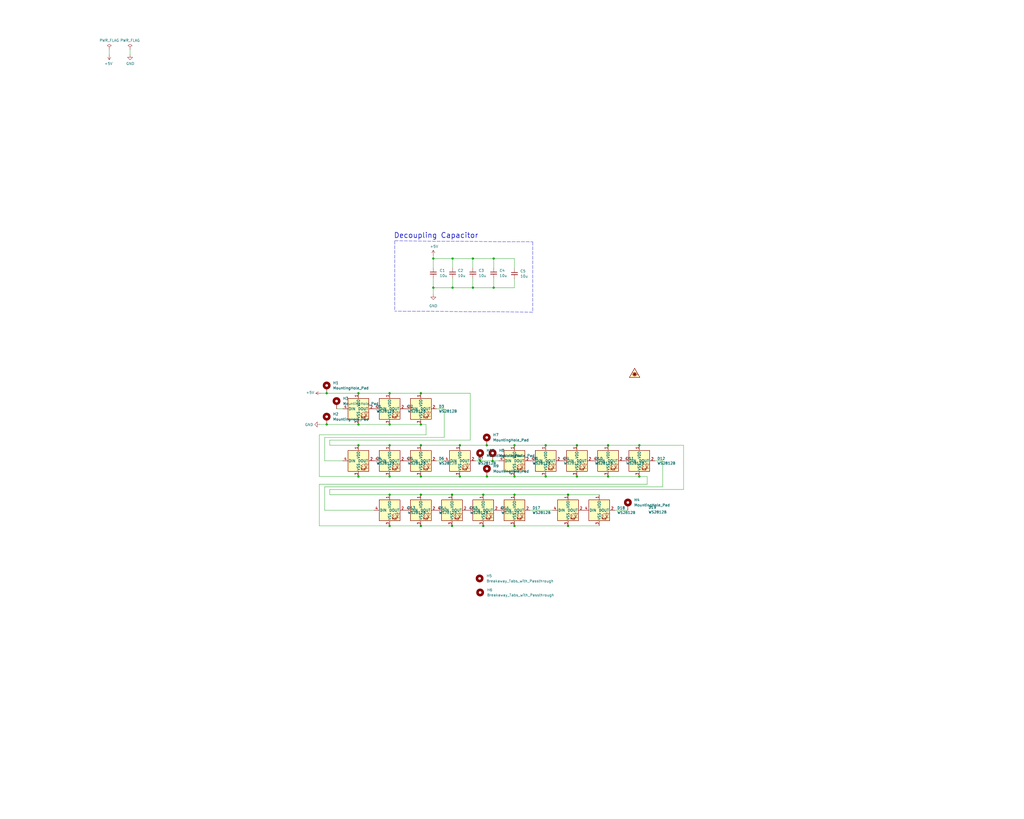
<source format=kicad_sch>
(kicad_sch (version 20211123) (generator eeschema)

  (uuid 61fe293f-6808-4b7f-9340-9aaac7054a97)

  (paper "User" 499.999 399.999)

  (lib_symbols
    (symbol "Device:C_Small" (pin_numbers hide) (pin_names (offset 0.254) hide) (in_bom yes) (on_board yes)
      (property "Reference" "C" (id 0) (at 0.254 1.778 0)
        (effects (font (size 1.27 1.27)) (justify left))
      )
      (property "Value" "C_Small" (id 1) (at 0.254 -2.032 0)
        (effects (font (size 1.27 1.27)) (justify left))
      )
      (property "Footprint" "" (id 2) (at 0 0 0)
        (effects (font (size 1.27 1.27)) hide)
      )
      (property "Datasheet" "~" (id 3) (at 0 0 0)
        (effects (font (size 1.27 1.27)) hide)
      )
      (property "ki_keywords" "capacitor cap" (id 4) (at 0 0 0)
        (effects (font (size 1.27 1.27)) hide)
      )
      (property "ki_description" "Unpolarized capacitor, small symbol" (id 5) (at 0 0 0)
        (effects (font (size 1.27 1.27)) hide)
      )
      (property "ki_fp_filters" "C_*" (id 6) (at 0 0 0)
        (effects (font (size 1.27 1.27)) hide)
      )
      (symbol "C_Small_0_1"
        (polyline
          (pts
            (xy -1.524 -0.508)
            (xy 1.524 -0.508)
          )
          (stroke (width 0.3302) (type default) (color 0 0 0 0))
          (fill (type none))
        )
        (polyline
          (pts
            (xy -1.524 0.508)
            (xy 1.524 0.508)
          )
          (stroke (width 0.3048) (type default) (color 0 0 0 0))
          (fill (type none))
        )
      )
      (symbol "C_Small_1_1"
        (pin passive line (at 0 2.54 270) (length 2.032)
          (name "~" (effects (font (size 1.27 1.27))))
          (number "1" (effects (font (size 1.27 1.27))))
        )
        (pin passive line (at 0 -2.54 90) (length 2.032)
          (name "~" (effects (font (size 1.27 1.27))))
          (number "2" (effects (font (size 1.27 1.27))))
        )
      )
    )
    (symbol "Graphic:SYM_LASER_Small" (pin_names (offset 1.016) hide) (in_bom yes) (on_board yes)
      (property "Reference" "#SYM" (id 0) (at 0 3.556 0)
        (effects (font (size 1.27 1.27)) hide)
      )
      (property "Value" "SYM_LASER_Small" (id 1) (at 0 -3.175 0)
        (effects (font (size 1.27 1.27)) hide)
      )
      (property "Footprint" "" (id 2) (at 0 -4.445 0)
        (effects (font (size 1.27 1.27)) hide)
      )
      (property "Datasheet" "~" (id 3) (at 0.762 -5.08 0)
        (effects (font (size 1.27 1.27)) hide)
      )
      (property "ki_keywords" "symbol logo laser warning" (id 4) (at 0 0 0)
        (effects (font (size 1.27 1.27)) hide)
      )
      (property "ki_description" "Laser radiation warning symbol, small" (id 5) (at 0 0 0)
        (effects (font (size 1.27 1.27)) hide)
      )
      (symbol "SYM_LASER_Small_0_1"
        (polyline
          (pts
            (xy -1.143 -0.381)
            (xy 1.651 -0.381)
          )
          (stroke (width 0.254) (type default) (color 0 0 0 0))
          (fill (type none))
        )
        (polyline
          (pts
            (xy -0.889 -0.762)
            (xy 0.889 0)
          )
          (stroke (width 0) (type default) (color 0 0 0 0))
          (fill (type none))
        )
        (polyline
          (pts
            (xy -0.889 0)
            (xy 0.889 -0.762)
          )
          (stroke (width 0) (type default) (color 0 0 0 0))
          (fill (type none))
        )
        (polyline
          (pts
            (xy -0.762 -1.143)
            (xy 0.762 0.381)
          )
          (stroke (width 0.254) (type default) (color 0 0 0 0))
          (fill (type none))
        )
        (polyline
          (pts
            (xy -0.381 0.508)
            (xy 0.381 -1.27)
          )
          (stroke (width 0) (type default) (color 0 0 0 0))
          (fill (type none))
        )
        (polyline
          (pts
            (xy 0 -1.397)
            (xy 0 0.635)
          )
          (stroke (width 0.254) (type default) (color 0 0 0 0))
          (fill (type none))
        )
        (polyline
          (pts
            (xy 0.381 0.508)
            (xy -0.381 -1.27)
          )
          (stroke (width 0) (type default) (color 0 0 0 0))
          (fill (type none))
        )
        (polyline
          (pts
            (xy 0.762 -1.143)
            (xy -0.762 0.381)
          )
          (stroke (width 0.254) (type default) (color 0 0 0 0))
          (fill (type none))
        )
        (polyline
          (pts
            (xy -2.54 -1.905)
            (xy 2.54 -1.905)
            (xy 0 2.54)
            (xy -2.54 -1.905)
          )
          (stroke (width 0.254) (type default) (color 0 0 0 0))
          (fill (type background))
        )
      )
    )
    (symbol "Mechanical:MountingHole" (pin_names (offset 1.016)) (in_bom yes) (on_board yes)
      (property "Reference" "H" (id 0) (at 0 5.08 0)
        (effects (font (size 1.27 1.27)))
      )
      (property "Value" "MountingHole" (id 1) (at 0 3.175 0)
        (effects (font (size 1.27 1.27)))
      )
      (property "Footprint" "" (id 2) (at 0 0 0)
        (effects (font (size 1.27 1.27)) hide)
      )
      (property "Datasheet" "~" (id 3) (at 0 0 0)
        (effects (font (size 1.27 1.27)) hide)
      )
      (property "ki_keywords" "mounting hole" (id 4) (at 0 0 0)
        (effects (font (size 1.27 1.27)) hide)
      )
      (property "ki_description" "Mounting Hole without connection" (id 5) (at 0 0 0)
        (effects (font (size 1.27 1.27)) hide)
      )
      (property "ki_fp_filters" "MountingHole*" (id 6) (at 0 0 0)
        (effects (font (size 1.27 1.27)) hide)
      )
      (symbol "MountingHole_0_1"
        (circle (center 0 0) (radius 1.27)
          (stroke (width 1.27) (type default) (color 0 0 0 0))
          (fill (type none))
        )
      )
    )
    (symbol "Mechanical:MountingHole_Pad" (pin_numbers hide) (pin_names (offset 1.016) hide) (in_bom yes) (on_board yes)
      (property "Reference" "H" (id 0) (at 0 6.35 0)
        (effects (font (size 1.27 1.27)))
      )
      (property "Value" "MountingHole_Pad" (id 1) (at 0 4.445 0)
        (effects (font (size 1.27 1.27)))
      )
      (property "Footprint" "" (id 2) (at 0 0 0)
        (effects (font (size 1.27 1.27)) hide)
      )
      (property "Datasheet" "~" (id 3) (at 0 0 0)
        (effects (font (size 1.27 1.27)) hide)
      )
      (property "ki_keywords" "mounting hole" (id 4) (at 0 0 0)
        (effects (font (size 1.27 1.27)) hide)
      )
      (property "ki_description" "Mounting Hole with connection" (id 5) (at 0 0 0)
        (effects (font (size 1.27 1.27)) hide)
      )
      (property "ki_fp_filters" "MountingHole*Pad*" (id 6) (at 0 0 0)
        (effects (font (size 1.27 1.27)) hide)
      )
      (symbol "MountingHole_Pad_0_1"
        (circle (center 0 1.27) (radius 1.27)
          (stroke (width 1.27) (type default) (color 0 0 0 0))
          (fill (type none))
        )
      )
      (symbol "MountingHole_Pad_1_1"
        (pin input line (at 0 -2.54 90) (length 2.54)
          (name "1" (effects (font (size 1.27 1.27))))
          (number "1" (effects (font (size 1.27 1.27))))
        )
      )
    )
    (symbol "kicad-keyboard-parts:WS2812B-MINI" (pin_names (offset 0.254)) (in_bom yes) (on_board yes)
      (property "Reference" "D" (id 0) (at 5.08 5.715 0)
        (effects (font (size 1.27 1.27)) (justify right bottom))
      )
      (property "Value" "WS2812B-MINI" (id 1) (at 1.27 -5.715 0)
        (effects (font (size 1.27 1.27)) (justify left top))
      )
      (property "Footprint" "LED_SMD:LED_WS2812B-MINI_PLCC4_3.5x3.5mm_P1.75mm" (id 2) (at 1.27 -7.62 0)
        (effects (font (size 1.27 1.27)) (justify left top) hide)
      )
      (property "Datasheet" "https://cdn-shop.adafruit.com/product-files/2686/SK6812MINI_REV.01-1-2.pdf" (id 3) (at 2.54 -9.525 0)
        (effects (font (size 1.27 1.27)) (justify left top) hide)
      )
      (property "ki_keywords" "RGB LED NeoPixel Mini addressable" (id 4) (at 0 0 0)
        (effects (font (size 1.27 1.27)) hide)
      )
      (property "ki_description" "RGB LED with integrated controller" (id 5) (at 0 0 0)
        (effects (font (size 1.27 1.27)) hide)
      )
      (property "ki_fp_filters" "LED*SK6812MINI*PLCC*3.5x3.5mm*P1.75mm*" (id 6) (at 0 0 0)
        (effects (font (size 1.27 1.27)) hide)
      )
      (symbol "WS2812B-MINI_0_0"
        (text "RGB" (at 2.286 -4.191 0)
          (effects (font (size 0.762 0.762)))
        )
      )
      (symbol "WS2812B-MINI_0_1"
        (polyline
          (pts
            (xy 1.27 -3.556)
            (xy 1.778 -3.556)
          )
          (stroke (width 0) (type default) (color 0 0 0 0))
          (fill (type none))
        )
        (polyline
          (pts
            (xy 1.27 -2.54)
            (xy 1.778 -2.54)
          )
          (stroke (width 0) (type default) (color 0 0 0 0))
          (fill (type none))
        )
        (polyline
          (pts
            (xy 4.699 -3.556)
            (xy 2.667 -3.556)
          )
          (stroke (width 0) (type default) (color 0 0 0 0))
          (fill (type none))
        )
        (polyline
          (pts
            (xy 2.286 -2.54)
            (xy 1.27 -3.556)
            (xy 1.27 -3.048)
          )
          (stroke (width 0) (type default) (color 0 0 0 0))
          (fill (type none))
        )
        (polyline
          (pts
            (xy 2.286 -1.524)
            (xy 1.27 -2.54)
            (xy 1.27 -2.032)
          )
          (stroke (width 0) (type default) (color 0 0 0 0))
          (fill (type none))
        )
        (polyline
          (pts
            (xy 3.683 -1.016)
            (xy 3.683 -3.556)
            (xy 3.683 -4.064)
          )
          (stroke (width 0) (type default) (color 0 0 0 0))
          (fill (type none))
        )
        (polyline
          (pts
            (xy 4.699 -1.524)
            (xy 2.667 -1.524)
            (xy 3.683 -3.556)
            (xy 4.699 -1.524)
          )
          (stroke (width 0) (type default) (color 0 0 0 0))
          (fill (type none))
        )
        (rectangle (start 5.08 5.08) (end -5.08 -5.08)
          (stroke (width 0.254) (type default) (color 0 0 0 0))
          (fill (type background))
        )
      )
      (symbol "WS2812B-MINI_1_1"
        (pin power_in line (at 0 7.62 270) (length 2.54)
          (name "VDD" (effects (font (size 1.27 1.27))))
          (number "1" (effects (font (size 1.27 1.27))))
        )
        (pin output line (at 7.62 0 180) (length 2.54)
          (name "DOUT" (effects (font (size 1.27 1.27))))
          (number "2" (effects (font (size 1.27 1.27))))
        )
        (pin power_in line (at 0 -7.62 90) (length 2.54)
          (name "VSS" (effects (font (size 1.27 1.27))))
          (number "3" (effects (font (size 1.27 1.27))))
        )
        (pin input line (at -7.62 0 0) (length 2.54)
          (name "DIN" (effects (font (size 1.27 1.27))))
          (number "4" (effects (font (size 1.27 1.27))))
        )
      )
    )
    (symbol "power:+5V" (power) (pin_names (offset 0)) (in_bom yes) (on_board yes)
      (property "Reference" "#PWR" (id 0) (at 0 -3.81 0)
        (effects (font (size 1.27 1.27)) hide)
      )
      (property "Value" "+5V" (id 1) (at 0 3.556 0)
        (effects (font (size 1.27 1.27)))
      )
      (property "Footprint" "" (id 2) (at 0 0 0)
        (effects (font (size 1.27 1.27)) hide)
      )
      (property "Datasheet" "" (id 3) (at 0 0 0)
        (effects (font (size 1.27 1.27)) hide)
      )
      (property "ki_keywords" "power-flag" (id 4) (at 0 0 0)
        (effects (font (size 1.27 1.27)) hide)
      )
      (property "ki_description" "Power symbol creates a global label with name \"+5V\"" (id 5) (at 0 0 0)
        (effects (font (size 1.27 1.27)) hide)
      )
      (symbol "+5V_0_1"
        (polyline
          (pts
            (xy -0.762 1.27)
            (xy 0 2.54)
          )
          (stroke (width 0) (type default) (color 0 0 0 0))
          (fill (type none))
        )
        (polyline
          (pts
            (xy 0 0)
            (xy 0 2.54)
          )
          (stroke (width 0) (type default) (color 0 0 0 0))
          (fill (type none))
        )
        (polyline
          (pts
            (xy 0 2.54)
            (xy 0.762 1.27)
          )
          (stroke (width 0) (type default) (color 0 0 0 0))
          (fill (type none))
        )
      )
      (symbol "+5V_1_1"
        (pin power_in line (at 0 0 90) (length 0) hide
          (name "+5V" (effects (font (size 1.27 1.27))))
          (number "1" (effects (font (size 1.27 1.27))))
        )
      )
    )
    (symbol "power:GND" (power) (pin_names (offset 0)) (in_bom yes) (on_board yes)
      (property "Reference" "#PWR" (id 0) (at 0 -6.35 0)
        (effects (font (size 1.27 1.27)) hide)
      )
      (property "Value" "GND" (id 1) (at 0 -3.81 0)
        (effects (font (size 1.27 1.27)))
      )
      (property "Footprint" "" (id 2) (at 0 0 0)
        (effects (font (size 1.27 1.27)) hide)
      )
      (property "Datasheet" "" (id 3) (at 0 0 0)
        (effects (font (size 1.27 1.27)) hide)
      )
      (property "ki_keywords" "power-flag" (id 4) (at 0 0 0)
        (effects (font (size 1.27 1.27)) hide)
      )
      (property "ki_description" "Power symbol creates a global label with name \"GND\" , ground" (id 5) (at 0 0 0)
        (effects (font (size 1.27 1.27)) hide)
      )
      (symbol "GND_0_1"
        (polyline
          (pts
            (xy 0 0)
            (xy 0 -1.27)
            (xy 1.27 -1.27)
            (xy 0 -2.54)
            (xy -1.27 -1.27)
            (xy 0 -1.27)
          )
          (stroke (width 0) (type default) (color 0 0 0 0))
          (fill (type none))
        )
      )
      (symbol "GND_1_1"
        (pin power_in line (at 0 0 270) (length 0) hide
          (name "GND" (effects (font (size 1.27 1.27))))
          (number "1" (effects (font (size 1.27 1.27))))
        )
      )
    )
    (symbol "power:PWR_FLAG" (power) (pin_numbers hide) (pin_names (offset 0) hide) (in_bom yes) (on_board yes)
      (property "Reference" "#FLG" (id 0) (at 0 1.905 0)
        (effects (font (size 1.27 1.27)) hide)
      )
      (property "Value" "PWR_FLAG" (id 1) (at 0 3.81 0)
        (effects (font (size 1.27 1.27)))
      )
      (property "Footprint" "" (id 2) (at 0 0 0)
        (effects (font (size 1.27 1.27)) hide)
      )
      (property "Datasheet" "~" (id 3) (at 0 0 0)
        (effects (font (size 1.27 1.27)) hide)
      )
      (property "ki_keywords" "power-flag" (id 4) (at 0 0 0)
        (effects (font (size 1.27 1.27)) hide)
      )
      (property "ki_description" "Special symbol for telling ERC where power comes from" (id 5) (at 0 0 0)
        (effects (font (size 1.27 1.27)) hide)
      )
      (symbol "PWR_FLAG_0_0"
        (pin power_out line (at 0 0 90) (length 0)
          (name "pwr" (effects (font (size 1.27 1.27))))
          (number "1" (effects (font (size 1.27 1.27))))
        )
      )
      (symbol "PWR_FLAG_0_1"
        (polyline
          (pts
            (xy 0 0)
            (xy 0 1.27)
            (xy -1.016 1.905)
            (xy 0 2.54)
            (xy 1.016 1.905)
            (xy 0 1.27)
          )
          (stroke (width 0) (type default) (color 0 0 0 0))
          (fill (type none))
        )
      )
    )
  )

  (junction (at 224.536 232.664) (diameter 0) (color 0 0 0 0)
    (uuid 0837ef24-7cf1-4ac2-b4bf-79aa30d56c96)
  )
  (junction (at 205.486 217.424) (diameter 0) (color 0 0 0 0)
    (uuid 0fafc6b9-fd35-4a55-9270-7a8e7ce3cb13)
  )
  (junction (at 190.246 232.664) (diameter 0) (color 0 0 0 0)
    (uuid 1bdd5841-68b7-42e2-9447-cbdb608d8a08)
  )
  (junction (at 175.006 192.024) (diameter 0) (color 0 0 0 0)
    (uuid 29cbb0bc-f66b-4d11-80e7-5bb270e42496)
  )
  (junction (at 281.686 217.424) (diameter 0) (color 0 0 0 0)
    (uuid 2b5a9ad3-7ec4-447d-916c-47adf5f9674f)
  )
  (junction (at 190.246 256.794) (diameter 0) (color 0 0 0 0)
    (uuid 386ad9e3-71fa-420f-8722-88548b024fc5)
  )
  (junction (at 205.486 192.024) (diameter 0) (color 0 0 0 0)
    (uuid 3bbbbb7d-391c-4fee-ac81-3c47878edc38)
  )
  (junction (at 190.246 207.264) (diameter 0) (color 0 0 0 0)
    (uuid 3c22d605-7855-4cc6-8ad2-906cadbd02dc)
  )
  (junction (at 240.538 225.044) (diameter 0) (color 0 0 0 0)
    (uuid 3e045bb6-58ea-401f-b744-de7c273bb476)
  )
  (junction (at 241.046 126.238) (diameter 0) (color 0 0 0 0)
    (uuid 42a8073f-fcae-42d4-b088-e2759545ef17)
  )
  (junction (at 159.512 192.024) (diameter 0) (color 0 0 0 0)
    (uuid 5348d4fd-0f94-4a7e-bf95-3533f341f42c)
  )
  (junction (at 220.98 126.238) (diameter 0) (color 0 0 0 0)
    (uuid 5ae3b45a-9f0b-4b54-bc9a-b664b68c3e1c)
  )
  (junction (at 220.726 256.794) (diameter 0) (color 0 0 0 0)
    (uuid 5d49e9a6-41dd-4072-adde-ef1036c1979b)
  )
  (junction (at 237.6814 217.424) (diameter 0) (color 0 0 0 0)
    (uuid 6247c707-05dc-4060-aa0e-35e3d0764c62)
  )
  (junction (at 205.486 232.664) (diameter 0) (color 0 0 0 0)
    (uuid 66218487-e316-4467-9eba-79d4626ab24e)
  )
  (junction (at 175.006 232.664) (diameter 0) (color 0 0 0 0)
    (uuid 66bc2bca-dab7-4947-a0ff-403cdaf9fb89)
  )
  (junction (at 230.886 126.238) (diameter 0) (color 0 0 0 0)
    (uuid 6a0fbfda-28f5-4867-a3f0-28af09d91c60)
  )
  (junction (at 312.166 232.664) (diameter 0) (color 0 0 0 0)
    (uuid 6afc19cf-38b4-47a3-bc2b-445b18724310)
  )
  (junction (at 205.486 241.554) (diameter 0) (color 0 0 0 0)
    (uuid 7744b6ee-910d-401d-b730-65c35d3d8092)
  )
  (junction (at 211.582 126.238) (diameter 0) (color 0 0 0 0)
    (uuid 77b08554-5adf-43d0-ba7b-1542ea43cf1b)
  )
  (junction (at 296.926 217.424) (diameter 0) (color 0 0 0 0)
    (uuid 7ce7415d-7c22-49f6-8215-488853ccc8c6)
  )
  (junction (at 211.582 140.462) (diameter 0) (color 0 0 0 0)
    (uuid 812dea1a-265b-4717-97dc-63db6c45e022)
  )
  (junction (at 296.926 232.664) (diameter 0) (color 0 0 0 0)
    (uuid 88002554-c459-46e5-8b22-6ea6fe07fd4c)
  )
  (junction (at 205.486 256.794) (diameter 0) (color 0 0 0 0)
    (uuid 8cb2cd3a-4ef9-4ae5-b6bc-2b1d16f657d6)
  )
  (junction (at 251.206 256.794) (diameter 0) (color 0 0 0 0)
    (uuid 8e8ca9ea-2b79-4089-aea4-7b487e93f09c)
  )
  (junction (at 190.246 192.024) (diameter 0) (color 0 0 0 0)
    (uuid 91fc5800-6029-46b1-848d-ca0091f97267)
  )
  (junction (at 175.006 217.424) (diameter 0) (color 0 0 0 0)
    (uuid 9286cf02-1563-41d2-9931-c192c33bab31)
  )
  (junction (at 205.486 207.264) (diameter 0) (color 0 0 0 0)
    (uuid 92f063a3-7cce-4a96-8a3a-cf5767f700c6)
  )
  (junction (at 190.246 217.424) (diameter 0) (color 0 0 0 0)
    (uuid 955cc99e-a129-42cf-abc7-aa99813fdb5f)
  )
  (junction (at 251.206 232.664) (diameter 0) (color 0 0 0 0)
    (uuid 9a8ad8bb-d9a9-4b2b-bc88-ea6fd2676d45)
  )
  (junction (at 190.246 241.554) (diameter 0) (color 0 0 0 0)
    (uuid a25b7e01-1754-4cc9-8a14-3d9c461e5af5)
  )
  (junction (at 277.368 241.554) (diameter 0) (color 0 0 0 0)
    (uuid a72f6e33-7b5f-45f3-8d80-6dbd0daba83c)
  )
  (junction (at 224.536 217.424) (diameter 0) (color 0 0 0 0)
    (uuid a78cec36-24a4-40b4-8e81-9817639c7651)
  )
  (junction (at 312.166 217.424) (diameter 0) (color 0 0 0 0)
    (uuid a90361cd-254c-4d27-ae1f-9a6c85bafe28)
  )
  (junction (at 220.98 140.462) (diameter 0) (color 0 0 0 0)
    (uuid aac38fc2-c090-4717-8651-e5cda77ed52b)
  )
  (junction (at 235.966 256.794) (diameter 0) (color 0 0 0 0)
    (uuid b0054ce1-b60e-41de-a6a2-bf712784dd39)
  )
  (junction (at 237.744 232.664) (diameter 0) (color 0 0 0 0)
    (uuid b2fc7884-75a7-405e-a293-28094a97b4b8)
  )
  (junction (at 241.046 140.462) (diameter 0) (color 0 0 0 0)
    (uuid b4dc9256-3821-4e1b-a745-274450c2e27b)
  )
  (junction (at 230.886 140.462) (diameter 0) (color 0 0 0 0)
    (uuid b5337e7e-0927-4ac7-84e8-4c1e8ff772ca)
  )
  (junction (at 251.206 241.554) (diameter 0) (color 0 0 0 0)
    (uuid b7042ae0-d7e4-4581-b1c9-4c7fe542f9ec)
  )
  (junction (at 235.966 241.554) (diameter 0) (color 0 0 0 0)
    (uuid b854a395-bfc6-4140-9640-75d4f9296771)
  )
  (junction (at 266.446 232.664) (diameter 0) (color 0 0 0 0)
    (uuid b8b961e9-8a60-45fc-999a-a7a3baff4e0d)
  )
  (junction (at 175.006 207.264) (diameter 0) (color 0 0 0 0)
    (uuid c401e9c6-1deb-4979-99be-7c801c952098)
  )
  (junction (at 251.206 217.424) (diameter 0) (color 0 0 0 0)
    (uuid d18f2428-546f-4066-8ffb-7653303685db)
  )
  (junction (at 234.442 225.044) (diameter 0) (color 0 0 0 0)
    (uuid d2ed0ec7-9dfe-4260-af38-99a1d45c9b04)
  )
  (junction (at 281.686 232.664) (diameter 0) (color 0 0 0 0)
    (uuid da6f4122-0ecc-496f-b0fd-e4abef534976)
  )
  (junction (at 220.726 241.554) (diameter 0) (color 0 0 0 0)
    (uuid dda1e6ca-91ec-4136-b90b-3c54d79454b9)
  )
  (junction (at 277.368 256.794) (diameter 0) (color 0 0 0 0)
    (uuid e3a5623a-0635-4f82-afe8-9bafd1f5501f)
  )
  (junction (at 159.512 207.264) (diameter 0) (color 0 0 0 0)
    (uuid f15ddd61-711c-44ee-832b-68eb02eeebc1)
  )
  (junction (at 266.446 217.424) (diameter 0) (color 0 0 0 0)
    (uuid f357ddb5-3f44-43b0-b00d-d64f5c62ba4a)
  )

  (wire (pts (xy 205.486 241.554) (xy 220.726 241.554))
    (stroke (width 0) (type default) (color 0 0 0 0))
    (uuid 014d13cd-26ad-4d0e-86ad-a43b541cab14)
  )
  (polyline (pts (xy 260.096 152.4) (xy 192.786 151.892))
    (stroke (width 0) (type default) (color 0 0 0 0))
    (uuid 04a3fbe0-8c5a-4d41-8b84-94997b94e973)
  )

  (wire (pts (xy 190.246 217.424) (xy 205.486 217.424))
    (stroke (width 0) (type default) (color 0 0 0 0))
    (uuid 04cf2f2c-74bf-400d-b4f6-201720df00ed)
  )
  (wire (pts (xy 159.512 207.264) (xy 175.006 207.264))
    (stroke (width 0) (type default) (color 0 0 0 0))
    (uuid 08b1cfcf-77d7-4a28-a98b-b1145a218a21)
  )
  (wire (pts (xy 230.886 130.81) (xy 230.886 126.238))
    (stroke (width 0) (type default) (color 0 0 0 0))
    (uuid 0be63014-81c7-4514-8e6c-54b5c6a50048)
  )
  (wire (pts (xy 230.886 140.462) (xy 220.98 140.462))
    (stroke (width 0) (type default) (color 0 0 0 0))
    (uuid 1138f1a9-da72-48c3-a562-3889e92d948e)
  )
  (wire (pts (xy 158.496 249.174) (xy 182.626 249.174))
    (stroke (width 0) (type default) (color 0 0 0 0))
    (uuid 1317ff66-8ecf-46c9-9612-8d2eae03c537)
  )
  (wire (pts (xy 213.106 199.644) (xy 216.916 199.644))
    (stroke (width 0) (type default) (color 0 0 0 0))
    (uuid 15699041-ed40-45ee-87d8-f5e206a88536)
  )
  (wire (pts (xy 205.486 232.664) (xy 224.536 232.664))
    (stroke (width 0) (type default) (color 0 0 0 0))
    (uuid 17ff35b3-d658-499b-9a46-ea36063fed4e)
  )
  (wire (pts (xy 156.21 207.264) (xy 159.512 207.264))
    (stroke (width 0) (type default) (color 0 0 0 0))
    (uuid 1bd80cf9-f42a-4aee-a408-9dbf4e81e625)
  )
  (wire (pts (xy 251.206 232.664) (xy 266.446 232.664))
    (stroke (width 0) (type default) (color 0 0 0 0))
    (uuid 1cc5480b-56b7-4379-98e2-ccafc88911a7)
  )
  (wire (pts (xy 230.886 126.238) (xy 241.046 126.238))
    (stroke (width 0) (type default) (color 0 0 0 0))
    (uuid 1e73642c-f70a-4bbf-8974-ca2831ea5ace)
  )
  (wire (pts (xy 220.98 135.89) (xy 220.98 140.462))
    (stroke (width 0) (type default) (color 0 0 0 0))
    (uuid 1e895710-bbf6-4f08-8a99-0aba8500be1b)
  )
  (wire (pts (xy 237.744 232.664) (xy 251.206 232.664))
    (stroke (width 0) (type default) (color 0 0 0 0))
    (uuid 21f96f7e-76c5-47f6-9585-dc93eab393c4)
  )
  (wire (pts (xy 251.206 256.794) (xy 277.368 256.794))
    (stroke (width 0) (type default) (color 0 0 0 0))
    (uuid 264d7e14-7a9e-4824-8728-b7f76c0713c0)
  )
  (wire (pts (xy 190.246 192.024) (xy 205.486 192.024))
    (stroke (width 0) (type default) (color 0 0 0 0))
    (uuid 275b6416-db29-42cc-9307-bf426917c3b4)
  )
  (wire (pts (xy 63.5 24.13) (xy 63.5 26.67))
    (stroke (width 0) (type default) (color 0 0 0 0))
    (uuid 282c8e53-3acc-42f0-a92a-6aa976b97a93)
  )
  (wire (pts (xy 333.756 217.424) (xy 333.756 239.014))
    (stroke (width 0) (type default) (color 0 0 0 0))
    (uuid 29bb7297-26fb-4776-9266-2355d022bab0)
  )
  (wire (pts (xy 240.538 225.044) (xy 243.586 225.044))
    (stroke (width 0) (type default) (color 0 0 0 0))
    (uuid 2d9cb754-3030-4d0a-8c9c-3d2f33b0e22c)
  )
  (wire (pts (xy 175.006 207.264) (xy 190.246 207.264))
    (stroke (width 0) (type default) (color 0 0 0 0))
    (uuid 355ced6c-c08a-4586-9a09-7a9c624536f6)
  )
  (wire (pts (xy 230.886 135.89) (xy 230.886 140.462))
    (stroke (width 0) (type default) (color 0 0 0 0))
    (uuid 35b4d5dd-f11e-43a9-9a2e-cada89b877c3)
  )
  (wire (pts (xy 266.446 217.424) (xy 281.686 217.424))
    (stroke (width 0) (type default) (color 0 0 0 0))
    (uuid 35ef9c4a-35f6-467b-a704-b1d9354880cf)
  )
  (wire (pts (xy 161.036 239.014) (xy 161.036 241.554))
    (stroke (width 0) (type default) (color 0 0 0 0))
    (uuid 36d783e7-096f-4c97-9672-7e08c083b87b)
  )
  (wire (pts (xy 205.486 217.424) (xy 224.536 217.424))
    (stroke (width 0) (type default) (color 0 0 0 0))
    (uuid 3993c707-5291-41b6-83c0-d1c09cb3833a)
  )
  (wire (pts (xy 208.026 207.264) (xy 208.026 212.344))
    (stroke (width 0) (type default) (color 0 0 0 0))
    (uuid 3b65c51e-c243-447e-bee9-832d94c1630e)
  )
  (wire (pts (xy 161.036 217.424) (xy 175.006 217.424))
    (stroke (width 0) (type default) (color 0 0 0 0))
    (uuid 3b686d17-1000-4762-ba31-589d599a3edf)
  )
  (wire (pts (xy 205.486 207.264) (xy 208.026 207.264))
    (stroke (width 0) (type default) (color 0 0 0 0))
    (uuid 402c62e6-8d8e-473a-a0cf-2b86e4908cd7)
  )
  (wire (pts (xy 251.206 131.064) (xy 251.206 126.238))
    (stroke (width 0) (type default) (color 0 0 0 0))
    (uuid 44d4c633-ca6a-4ba0-b037-625a0d28c32c)
  )
  (wire (pts (xy 211.582 140.462) (xy 211.582 143.764))
    (stroke (width 0) (type default) (color 0 0 0 0))
    (uuid 4aae0e3c-645f-4cc1-96d4-1c90ed718f5e)
  )
  (wire (pts (xy 277.368 256.794) (xy 292.608 256.794))
    (stroke (width 0) (type default) (color 0 0 0 0))
    (uuid 4b6aefc6-ef05-4074-a4b7-a21b78144991)
  )
  (wire (pts (xy 315.976 232.664) (xy 315.976 236.474))
    (stroke (width 0) (type default) (color 0 0 0 0))
    (uuid 4c843bdb-6c9e-40dd-85e2-0567846e18ba)
  )
  (wire (pts (xy 277.368 241.554) (xy 292.608 241.554))
    (stroke (width 0) (type default) (color 0 0 0 0))
    (uuid 4d0d6d28-d059-4e0a-9164-09f8e9ad178d)
  )
  (wire (pts (xy 211.582 130.81) (xy 211.582 126.238))
    (stroke (width 0) (type default) (color 0 0 0 0))
    (uuid 4f4a5618-6947-4f97-9e95-07d326aa73fc)
  )
  (wire (pts (xy 234.442 225.044) (xy 240.538 225.044))
    (stroke (width 0) (type default) (color 0 0 0 0))
    (uuid 54e32c0f-38cf-44dc-ad72-f0a8034332b5)
  )
  (wire (pts (xy 175.006 217.424) (xy 190.246 217.424))
    (stroke (width 0) (type default) (color 0 0 0 0))
    (uuid 5701b80f-f006-4814-81c9-0c7f006088a9)
  )
  (wire (pts (xy 296.926 217.424) (xy 312.166 217.424))
    (stroke (width 0) (type default) (color 0 0 0 0))
    (uuid 5a222fb6-5159-4931-9015-19df65643140)
  )
  (wire (pts (xy 205.486 192.024) (xy 229.616 192.024))
    (stroke (width 0) (type default) (color 0 0 0 0))
    (uuid 5bab6a37-1fdf-4cf8-b571-44c962ed86e9)
  )
  (wire (pts (xy 319.786 225.044) (xy 323.596 225.044))
    (stroke (width 0) (type default) (color 0 0 0 0))
    (uuid 5c30b9b4-3014-4f50-9329-27a539b67e01)
  )
  (wire (pts (xy 300.228 249.174) (xy 306.578 249.174))
    (stroke (width 0) (type default) (color 0 0 0 0))
    (uuid 5c3ff383-23ff-4af6-9975-60f3b29a58ac)
  )
  (wire (pts (xy 251.206 136.144) (xy 251.206 140.462))
    (stroke (width 0) (type default) (color 0 0 0 0))
    (uuid 60b19880-f4bd-4a41-854d-0c9b39a920bc)
  )
  (wire (pts (xy 164.338 199.644) (xy 167.386 199.644))
    (stroke (width 0) (type default) (color 0 0 0 0))
    (uuid 62dea0b4-125a-46aa-a85d-7ec7ebb96990)
  )
  (wire (pts (xy 220.726 241.554) (xy 235.966 241.554))
    (stroke (width 0) (type default) (color 0 0 0 0))
    (uuid 633292d3-80c5-4986-be82-ce926e9f09f4)
  )
  (wire (pts (xy 241.046 135.89) (xy 241.046 140.462))
    (stroke (width 0) (type default) (color 0 0 0 0))
    (uuid 66ebcc50-1251-498f-ba61-c6c417d085aa)
  )
  (wire (pts (xy 158.496 213.614) (xy 158.496 225.044))
    (stroke (width 0) (type default) (color 0 0 0 0))
    (uuid 677e4e53-d528-4e74-a409-2d3aa740bc7c)
  )
  (wire (pts (xy 158.496 237.744) (xy 158.496 249.174))
    (stroke (width 0) (type default) (color 0 0 0 0))
    (uuid 6ffdf05e-e119-49f9-85e9-13e4901df42a)
  )
  (wire (pts (xy 229.616 192.024) (xy 229.616 214.884))
    (stroke (width 0) (type default) (color 0 0 0 0))
    (uuid 706c1cb9-5d96-4282-9efc-6147f0125147)
  )
  (wire (pts (xy 315.976 236.474) (xy 155.956 236.474))
    (stroke (width 0) (type default) (color 0 0 0 0))
    (uuid 72b36951-3ec7-4569-9c88-cf9b4afe1cae)
  )
  (wire (pts (xy 232.156 225.044) (xy 234.442 225.044))
    (stroke (width 0) (type default) (color 0 0 0 0))
    (uuid 7ad82585-16b3-4f31-a8ef-791321672f5b)
  )
  (wire (pts (xy 235.966 256.794) (xy 220.726 256.794))
    (stroke (width 0) (type default) (color 0 0 0 0))
    (uuid 7f9683c1-2203-43df-8fa1-719a0dc360df)
  )
  (wire (pts (xy 159.512 192.024) (xy 175.006 192.024))
    (stroke (width 0) (type default) (color 0 0 0 0))
    (uuid 81a932fe-2e8c-44c9-91c9-237dd0917481)
  )
  (wire (pts (xy 190.246 241.554) (xy 205.486 241.554))
    (stroke (width 0) (type default) (color 0 0 0 0))
    (uuid 83021f70-e61e-4ad3-bae7-b9f02b28be4f)
  )
  (wire (pts (xy 220.98 126.238) (xy 230.886 126.238))
    (stroke (width 0) (type default) (color 0 0 0 0))
    (uuid 841dc418-7392-46cb-8e61-53ebb480133b)
  )
  (wire (pts (xy 211.582 126.238) (xy 220.98 126.238))
    (stroke (width 0) (type default) (color 0 0 0 0))
    (uuid 846da530-b769-4def-8a92-08fcaa18419b)
  )
  (wire (pts (xy 312.166 217.424) (xy 333.756 217.424))
    (stroke (width 0) (type default) (color 0 0 0 0))
    (uuid 84d296ba-3d39-4264-ad19-947f90c54396)
  )
  (wire (pts (xy 224.536 217.424) (xy 237.6814 217.424))
    (stroke (width 0) (type default) (color 0 0 0 0))
    (uuid 851f3d61-ba3b-4e6e-abd4-cafa4d9b64cb)
  )
  (wire (pts (xy 205.486 256.794) (xy 190.246 256.794))
    (stroke (width 0) (type default) (color 0 0 0 0))
    (uuid 87a1984f-543d-4f2e-ad8a-7a3a24ee6047)
  )
  (wire (pts (xy 155.956 212.344) (xy 155.956 232.664))
    (stroke (width 0) (type default) (color 0 0 0 0))
    (uuid 88deea08-baa5-4041-beb7-01c299cf00e6)
  )
  (polyline (pts (xy 260.096 118.11) (xy 260.096 152.4))
    (stroke (width 0) (type default) (color 0 0 0 0))
    (uuid 89fe7cc2-0b48-4998-aeaf-4d6b2e9da72a)
  )

  (wire (pts (xy 296.926 232.664) (xy 312.166 232.664))
    (stroke (width 0) (type default) (color 0 0 0 0))
    (uuid 8cdc8ef9-532e-4bf5-9998-7213b9e692a2)
  )
  (wire (pts (xy 216.916 199.644) (xy 216.916 213.614))
    (stroke (width 0) (type default) (color 0 0 0 0))
    (uuid 968a6172-7a4e-40ab-a78a-e4d03671e136)
  )
  (wire (pts (xy 213.106 225.044) (xy 216.916 225.044))
    (stroke (width 0) (type default) (color 0 0 0 0))
    (uuid 97de48d4-efaf-4d26-b706-ffad117f99f5)
  )
  (wire (pts (xy 53.34 24.13) (xy 53.34 26.67))
    (stroke (width 0) (type default) (color 0 0 0 0))
    (uuid 98970bf0-1168-4b4e-a1c9-3b0c8d7eaacf)
  )
  (wire (pts (xy 323.596 225.044) (xy 323.596 237.744))
    (stroke (width 0) (type default) (color 0 0 0 0))
    (uuid 9a2d648d-863a-4b7b-80f9-d537185c212b)
  )
  (wire (pts (xy 175.006 232.664) (xy 190.246 232.664))
    (stroke (width 0) (type default) (color 0 0 0 0))
    (uuid 9b6bb172-1ac4-440a-ac75-c1917d9d59c7)
  )
  (wire (pts (xy 251.206 241.554) (xy 277.368 241.554))
    (stroke (width 0) (type default) (color 0 0 0 0))
    (uuid 9e19a06f-063a-4f68-bf3d-ad32a424b218)
  )
  (wire (pts (xy 161.036 214.884) (xy 161.036 217.424))
    (stroke (width 0) (type default) (color 0 0 0 0))
    (uuid 9ed09117-33cf-45a3-85a7-2606522feaf8)
  )
  (wire (pts (xy 281.686 232.664) (xy 296.926 232.664))
    (stroke (width 0) (type default) (color 0 0 0 0))
    (uuid 9f782c92-a5e8-49db-bfda-752b35522ce4)
  )
  (wire (pts (xy 208.026 212.344) (xy 155.956 212.344))
    (stroke (width 0) (type default) (color 0 0 0 0))
    (uuid a177c3b4-b04c-490e-b3fe-d3d4d7aa24a7)
  )
  (wire (pts (xy 224.536 232.664) (xy 237.744 232.664))
    (stroke (width 0) (type default) (color 0 0 0 0))
    (uuid a5362821-c161-4c7a-a00c-40e1d7472d56)
  )
  (wire (pts (xy 266.446 232.664) (xy 281.686 232.664))
    (stroke (width 0) (type default) (color 0 0 0 0))
    (uuid a7f25f41-0b4c-4430-b6cd-b2160b2db099)
  )
  (wire (pts (xy 155.956 256.794) (xy 190.246 256.794))
    (stroke (width 0) (type default) (color 0 0 0 0))
    (uuid a917c6d9-225d-4c90-bf25-fe8eff8abd3f)
  )
  (wire (pts (xy 155.956 232.664) (xy 175.006 232.664))
    (stroke (width 0) (type default) (color 0 0 0 0))
    (uuid ad4d05f5-6957-42f8-b65c-c657b9a26485)
  )
  (polyline (pts (xy 192.786 117.602) (xy 260.096 118.11))
    (stroke (width 0) (type default) (color 0 0 0 0))
    (uuid adc5a63a-f1e6-48b8-982c-3998f1ff6a3a)
  )

  (wire (pts (xy 190.246 232.664) (xy 205.486 232.664))
    (stroke (width 0) (type default) (color 0 0 0 0))
    (uuid aeb03be9-98f0-43f6-9432-1bb35aa04bab)
  )
  (wire (pts (xy 190.246 207.264) (xy 205.486 207.264))
    (stroke (width 0) (type default) (color 0 0 0 0))
    (uuid bd085057-7c0e-463a-982b-968a2dc1f0f8)
  )
  (wire (pts (xy 251.206 256.794) (xy 235.966 256.794))
    (stroke (width 0) (type default) (color 0 0 0 0))
    (uuid be2983fa-f06e-485e-bea1-3dd96b916ec5)
  )
  (wire (pts (xy 158.496 213.614) (xy 216.916 213.614))
    (stroke (width 0) (type default) (color 0 0 0 0))
    (uuid c1b11207-7c0a-49b3-a41d-2fe677d5f3b8)
  )
  (wire (pts (xy 175.006 192.024) (xy 190.246 192.024))
    (stroke (width 0) (type default) (color 0 0 0 0))
    (uuid c2dd13db-24b6-40f1-b75b-b9ab893d92ea)
  )
  (polyline (pts (xy 192.786 117.602) (xy 192.786 151.892))
    (stroke (width 0) (type default) (color 0 0 0 0))
    (uuid c4adda8e-1380-4a38-b9f1-75b3bd9fca29)
  )

  (wire (pts (xy 323.596 237.744) (xy 158.496 237.744))
    (stroke (width 0) (type default) (color 0 0 0 0))
    (uuid c4cab9c5-d6e5-4660-b910-603a51b56783)
  )
  (wire (pts (xy 258.826 249.174) (xy 269.748 249.174))
    (stroke (width 0) (type default) (color 0 0 0 0))
    (uuid c77cf46b-a642-4e24-8027-f6c8a9bc4b6c)
  )
  (wire (pts (xy 220.726 256.794) (xy 205.486 256.794))
    (stroke (width 0) (type default) (color 0 0 0 0))
    (uuid c8ab8246-b2bb-4b06-b45e-2548482466fd)
  )
  (wire (pts (xy 251.206 217.424) (xy 266.446 217.424))
    (stroke (width 0) (type default) (color 0 0 0 0))
    (uuid ca6e2466-a90a-4dab-be16-b070610e5087)
  )
  (wire (pts (xy 333.756 239.014) (xy 161.036 239.014))
    (stroke (width 0) (type default) (color 0 0 0 0))
    (uuid cb6062da-8dcd-4826-92fd-4071e9e97213)
  )
  (wire (pts (xy 211.582 140.462) (xy 220.98 140.462))
    (stroke (width 0) (type default) (color 0 0 0 0))
    (uuid cbd9f20d-897b-420c-84c6-125610b49d01)
  )
  (wire (pts (xy 235.966 241.554) (xy 251.206 241.554))
    (stroke (width 0) (type default) (color 0 0 0 0))
    (uuid d0cd3439-276c-41ba-b38d-f84f6da38415)
  )
  (wire (pts (xy 161.036 241.554) (xy 190.246 241.554))
    (stroke (width 0) (type default) (color 0 0 0 0))
    (uuid d13b0eae-4711-4325-a6bb-aa8e3646e86e)
  )
  (wire (pts (xy 156.718 192.024) (xy 159.512 192.024))
    (stroke (width 0) (type default) (color 0 0 0 0))
    (uuid d1c19c11-0a13-4237-b6b4-fb2ef1db7c6d)
  )
  (wire (pts (xy 220.98 130.81) (xy 220.98 126.238))
    (stroke (width 0) (type default) (color 0 0 0 0))
    (uuid da225c9f-771b-4a92-aa92-4887c3973ba8)
  )
  (wire (pts (xy 211.582 135.89) (xy 211.582 140.462))
    (stroke (width 0) (type default) (color 0 0 0 0))
    (uuid ddb018b1-0631-46b1-be76-fad039fa736c)
  )
  (wire (pts (xy 241.046 126.238) (xy 241.046 130.81))
    (stroke (width 0) (type default) (color 0 0 0 0))
    (uuid eaae1409-2dd7-41f5-962e-4f457ce943be)
  )
  (wire (pts (xy 229.616 214.884) (xy 161.036 214.884))
    (stroke (width 0) (type default) (color 0 0 0 0))
    (uuid eb391a95-1c1d-4613-b508-c76b8bc13a73)
  )
  (wire (pts (xy 155.956 236.474) (xy 155.956 256.794))
    (stroke (width 0) (type default) (color 0 0 0 0))
    (uuid eb8d02e9-145c-465d-b6a8-bae84d47a94b)
  )
  (wire (pts (xy 241.046 140.462) (xy 230.886 140.462))
    (stroke (width 0) (type default) (color 0 0 0 0))
    (uuid ee1d2f90-9d5a-40db-ae83-ad0a2a7ff468)
  )
  (wire (pts (xy 251.206 140.462) (xy 241.046 140.462))
    (stroke (width 0) (type default) (color 0 0 0 0))
    (uuid ee4c09af-32db-4844-9c25-e9c2d175798c)
  )
  (wire (pts (xy 158.496 225.044) (xy 167.386 225.044))
    (stroke (width 0) (type default) (color 0 0 0 0))
    (uuid ef2ee0c9-1d06-4033-bbfe-92ed872fe844)
  )
  (wire (pts (xy 281.686 217.424) (xy 296.926 217.424))
    (stroke (width 0) (type default) (color 0 0 0 0))
    (uuid f1782535-55f4-4299-bd4f-6f51b0b7259c)
  )
  (wire (pts (xy 237.6814 217.424) (xy 251.206 217.424))
    (stroke (width 0) (type default) (color 0 0 0 0))
    (uuid f447a193-7b27-4e04-bc20-ad3ac6188491)
  )
  (wire (pts (xy 251.206 126.238) (xy 241.046 126.238))
    (stroke (width 0) (type default) (color 0 0 0 0))
    (uuid f63ca763-470d-459e-91fe-9a0371306b66)
  )
  (wire (pts (xy 211.582 124.714) (xy 211.582 126.238))
    (stroke (width 0) (type default) (color 0 0 0 0))
    (uuid fa376488-01f2-4444-8406-84b9f1564b1e)
  )
  (wire (pts (xy 312.166 232.664) (xy 315.976 232.664))
    (stroke (width 0) (type default) (color 0 0 0 0))
    (uuid fe14c012-3d58-4e5e-9a37-4b9765a7f764)
  )

  (text "Decoupling Capacitor\n" (at 192.278 116.586 0)
    (effects (font (size 2.54 2.54) (thickness 0.254) bold) (justify left bottom))
    (uuid 0443b915-f330-4319-b446-07cedb98d84a)
  )

  (symbol (lib_id "power:+5V") (at 156.718 192.024 90) (unit 1)
    (in_bom yes) (on_board yes)
    (uuid 00000000-0000-0000-0000-000060f6e21e)
    (property "Reference" "#PWR0102" (id 0) (at 160.528 192.024 0)
      (effects (font (size 1.27 1.27)) hide)
    )
    (property "Value" "+5V" (id 1) (at 153.4668 191.643 90)
      (effects (font (size 1.27 1.27)) (justify left))
    )
    (property "Footprint" "" (id 2) (at 156.718 192.024 0)
      (effects (font (size 1.27 1.27)) hide)
    )
    (property "Datasheet" "" (id 3) (at 156.718 192.024 0)
      (effects (font (size 1.27 1.27)) hide)
    )
    (pin "1" (uuid 05ffdca0-d2f5-4462-963f-d996e626313c))
  )

  (symbol (lib_id "power:PWR_FLAG") (at 53.34 24.13 0) (unit 1)
    (in_bom yes) (on_board yes)
    (uuid 00000000-0000-0000-0000-000060fb7fba)
    (property "Reference" "#FLG0102" (id 0) (at 53.34 22.225 0)
      (effects (font (size 1.27 1.27)) hide)
    )
    (property "Value" "PWR_FLAG" (id 1) (at 53.34 19.7358 0))
    (property "Footprint" "" (id 2) (at 53.34 24.13 0)
      (effects (font (size 1.27 1.27)) hide)
    )
    (property "Datasheet" "~" (id 3) (at 53.34 24.13 0)
      (effects (font (size 1.27 1.27)) hide)
    )
    (pin "1" (uuid e55a5f42-9a0c-4d71-a13a-76d57b877b6b))
  )

  (symbol (lib_id "power:+5V") (at 53.34 26.67 180) (unit 1)
    (in_bom yes) (on_board yes)
    (uuid 00000000-0000-0000-0000-000060fb9a70)
    (property "Reference" "#PWR0104" (id 0) (at 53.34 22.86 0)
      (effects (font (size 1.27 1.27)) hide)
    )
    (property "Value" "+5V" (id 1) (at 52.959 31.0642 0))
    (property "Footprint" "" (id 2) (at 53.34 26.67 0)
      (effects (font (size 1.27 1.27)) hide)
    )
    (property "Datasheet" "" (id 3) (at 53.34 26.67 0)
      (effects (font (size 1.27 1.27)) hide)
    )
    (pin "1" (uuid 74522d7f-1de2-43f7-a63b-c7cd8b82854a))
  )

  (symbol (lib_id "power:GND") (at 63.5 26.67 0) (unit 1)
    (in_bom yes) (on_board yes)
    (uuid 00000000-0000-0000-0000-000060fd4683)
    (property "Reference" "#PWR0105" (id 0) (at 63.5 33.02 0)
      (effects (font (size 1.27 1.27)) hide)
    )
    (property "Value" "GND" (id 1) (at 63.627 31.0642 0))
    (property "Footprint" "" (id 2) (at 63.5 26.67 0)
      (effects (font (size 1.27 1.27)) hide)
    )
    (property "Datasheet" "" (id 3) (at 63.5 26.67 0)
      (effects (font (size 1.27 1.27)) hide)
    )
    (pin "1" (uuid 86315a7f-e7a3-40cb-b198-d482a34b711d))
  )

  (symbol (lib_id "power:PWR_FLAG") (at 63.5 24.13 0) (unit 1)
    (in_bom yes) (on_board yes)
    (uuid 00000000-0000-0000-0000-000060fd5fc5)
    (property "Reference" "#FLG0103" (id 0) (at 63.5 22.225 0)
      (effects (font (size 1.27 1.27)) hide)
    )
    (property "Value" "PWR_FLAG" (id 1) (at 63.5 19.7358 0))
    (property "Footprint" "" (id 2) (at 63.5 24.13 0)
      (effects (font (size 1.27 1.27)) hide)
    )
    (property "Datasheet" "~" (id 3) (at 63.5 24.13 0)
      (effects (font (size 1.27 1.27)) hide)
    )
    (pin "1" (uuid d2c72173-386d-4adb-99bb-d7be2b0a8f77))
  )

  (symbol (lib_id "power:GND") (at 156.21 207.264 270) (unit 1)
    (in_bom yes) (on_board yes)
    (uuid 00000000-0000-0000-0000-0000611a15d4)
    (property "Reference" "#PWR0101" (id 0) (at 149.86 207.264 0)
      (effects (font (size 1.27 1.27)) hide)
    )
    (property "Value" "GND" (id 1) (at 152.9588 207.391 90)
      (effects (font (size 1.27 1.27)) (justify right))
    )
    (property "Footprint" "" (id 2) (at 156.21 207.264 0)
      (effects (font (size 1.27 1.27)) hide)
    )
    (property "Datasheet" "" (id 3) (at 156.21 207.264 0)
      (effects (font (size 1.27 1.27)) hide)
    )
    (pin "1" (uuid 946022c5-e695-43d9-80f5-2959764ce9d2))
  )

  (symbol (lib_id "kicad-keyboard-parts:WS2812B-MINI") (at 175.006 225.044 0) (unit 1)
    (in_bom yes) (on_board yes)
    (uuid 00000000-0000-0000-0000-000061349c4d)
    (property "Reference" "D4" (id 0) (at 183.7436 223.8756 0)
      (effects (font (size 1.27 1.27)) (justify left))
    )
    (property "Value" "WS2812B" (id 1) (at 183.7436 226.187 0)
      (effects (font (size 1.27 1.27)) (justify left))
    )
    (property "Footprint" "fingerpunch:WS2812B" (id 2) (at 176.276 232.664 0)
      (effects (font (size 1.27 1.27)) (justify left top) hide)
    )
    (property "Datasheet" "" (id 3) (at 177.546 234.569 0)
      (effects (font (size 1.27 1.27)) (justify left top) hide)
    )
    (property "LCSC" "C2761795" (id 4) (at 175.006 225.044 0)
      (effects (font (size 1.27 1.27)) hide)
    )
    (property "MPN" "WS2812B-B/W" (id 5) (at 175.006 225.044 0)
      (effects (font (size 1.27 1.27)) hide)
    )
    (property "Package" "SMD,5x5mm" (id 6) (at 175.006 225.044 0)
      (effects (font (size 1.27 1.27)) hide)
    )
    (pin "1" (uuid 7327bb88-63f9-4991-bf77-1802b56e003e))
    (pin "2" (uuid 9701631f-e885-4d4b-b8e8-e54cb4ae715d))
    (pin "3" (uuid 1992e89a-6156-41a5-84ea-f4b61e1c10cc))
    (pin "4" (uuid 356a0948-8c4b-4345-9a5e-ed6db843a675))
  )

  (symbol (lib_id "kicad-keyboard-parts:WS2812B-MINI") (at 190.246 225.044 0) (unit 1)
    (in_bom yes) (on_board yes)
    (uuid 00000000-0000-0000-0000-00006135fed1)
    (property "Reference" "D5" (id 0) (at 198.9836 223.8756 0)
      (effects (font (size 1.27 1.27)) (justify left))
    )
    (property "Value" "WS2812B" (id 1) (at 198.9836 226.187 0)
      (effects (font (size 1.27 1.27)) (justify left))
    )
    (property "Footprint" "fingerpunch:WS2812B" (id 2) (at 191.516 232.664 0)
      (effects (font (size 1.27 1.27)) (justify left top) hide)
    )
    (property "Datasheet" "" (id 3) (at 192.786 234.569 0)
      (effects (font (size 1.27 1.27)) (justify left top) hide)
    )
    (property "LCSC" "C2761795" (id 4) (at 190.246 225.044 0)
      (effects (font (size 1.27 1.27)) hide)
    )
    (property "MPN" "WS2812B-B/W" (id 5) (at 190.246 225.044 0)
      (effects (font (size 1.27 1.27)) hide)
    )
    (property "Package" "SMD,5x5mm" (id 6) (at 190.246 225.044 0)
      (effects (font (size 1.27 1.27)) hide)
    )
    (pin "1" (uuid 3f38e86c-bb7e-4e76-a503-06d1e902ac1b))
    (pin "2" (uuid 4fad054a-2505-41de-9a40-b732ac0fb4b0))
    (pin "3" (uuid 9a9f9e6c-9f53-4cd1-a2d2-de1067860eac))
    (pin "4" (uuid c45f552f-e555-4767-832f-27364b23da01))
  )

  (symbol (lib_id "kicad-keyboard-parts:WS2812B-MINI") (at 205.486 225.044 0) (unit 1)
    (in_bom yes) (on_board yes)
    (uuid 00000000-0000-0000-0000-00006136068e)
    (property "Reference" "D6" (id 0) (at 214.2236 223.8756 0)
      (effects (font (size 1.27 1.27)) (justify left))
    )
    (property "Value" "WS2812B" (id 1) (at 214.2236 226.187 0)
      (effects (font (size 1.27 1.27)) (justify left))
    )
    (property "Footprint" "fingerpunch:WS2812B" (id 2) (at 206.756 232.664 0)
      (effects (font (size 1.27 1.27)) (justify left top) hide)
    )
    (property "Datasheet" "" (id 3) (at 208.026 234.569 0)
      (effects (font (size 1.27 1.27)) (justify left top) hide)
    )
    (property "LCSC" "C2761795" (id 4) (at 205.486 225.044 0)
      (effects (font (size 1.27 1.27)) hide)
    )
    (property "MPN" "WS2812B-B/W" (id 5) (at 205.486 225.044 0)
      (effects (font (size 1.27 1.27)) hide)
    )
    (property "Package" "SMD,5x5mm" (id 6) (at 205.486 225.044 0)
      (effects (font (size 1.27 1.27)) hide)
    )
    (pin "1" (uuid 4438cb85-f2fb-4c64-9023-a013420fa289))
    (pin "2" (uuid 2061bf2c-5a26-40f3-a68b-76bfa6130d8e))
    (pin "3" (uuid 8455898b-2726-4b65-b96f-e2e079f4854d))
    (pin "4" (uuid 1d3b4eb2-351e-4452-b202-26ef926d2cf5))
  )

  (symbol (lib_id "kicad-keyboard-parts:WS2812B-MINI") (at 224.536 225.044 0) (unit 1)
    (in_bom yes) (on_board yes)
    (uuid 00000000-0000-0000-0000-000061361423)
    (property "Reference" "D7" (id 0) (at 233.2736 223.8756 0)
      (effects (font (size 1.27 1.27)) (justify left))
    )
    (property "Value" "WS2812B" (id 1) (at 233.2736 226.187 0)
      (effects (font (size 1.27 1.27)) (justify left))
    )
    (property "Footprint" "fingerpunch:WS2812B" (id 2) (at 225.806 232.664 0)
      (effects (font (size 1.27 1.27)) (justify left top) hide)
    )
    (property "Datasheet" "" (id 3) (at 227.076 234.569 0)
      (effects (font (size 1.27 1.27)) (justify left top) hide)
    )
    (property "LCSC" "C2761795" (id 4) (at 224.536 225.044 0)
      (effects (font (size 1.27 1.27)) hide)
    )
    (property "MPN" "WS2812B-B/W" (id 5) (at 224.536 225.044 0)
      (effects (font (size 1.27 1.27)) hide)
    )
    (property "Package" "SMD,5x5mm" (id 6) (at 224.536 225.044 0)
      (effects (font (size 1.27 1.27)) hide)
    )
    (pin "1" (uuid 596d6a75-c142-4d25-bd9a-379657df23fa))
    (pin "2" (uuid a4073fa1-2539-4855-a3a5-76ab718d716f))
    (pin "3" (uuid 07e69f8f-2219-4e14-a7cb-2e9c40b61c88))
    (pin "4" (uuid 918b4a62-3be8-4148-9eef-6e6a0d221695))
  )

  (symbol (lib_id "kicad-keyboard-parts:WS2812B-MINI") (at 251.206 225.044 0) (unit 1)
    (in_bom yes) (on_board yes)
    (uuid 00000000-0000-0000-0000-000061361bdf)
    (property "Reference" "D8" (id 0) (at 259.9436 223.8756 0)
      (effects (font (size 1.27 1.27)) (justify left))
    )
    (property "Value" "WS2812B" (id 1) (at 259.9436 226.187 0)
      (effects (font (size 1.27 1.27)) (justify left))
    )
    (property "Footprint" "fingerpunch:WS2812B" (id 2) (at 252.476 232.664 0)
      (effects (font (size 1.27 1.27)) (justify left top) hide)
    )
    (property "Datasheet" "" (id 3) (at 253.746 234.569 0)
      (effects (font (size 1.27 1.27)) (justify left top) hide)
    )
    (property "LCSC" "C2761795" (id 4) (at 251.206 225.044 0)
      (effects (font (size 1.27 1.27)) hide)
    )
    (property "MPN" "WS2812B-B/W" (id 5) (at 251.206 225.044 0)
      (effects (font (size 1.27 1.27)) hide)
    )
    (property "Package" "SMD,5x5mm" (id 6) (at 251.206 225.044 0)
      (effects (font (size 1.27 1.27)) hide)
    )
    (pin "1" (uuid 1b81b872-39d4-4b14-b01c-91713b9598f1))
    (pin "2" (uuid bb1f1746-161c-4b5f-9aa3-722447d52712))
    (pin "3" (uuid 105edd33-8f2c-4c67-91e7-b6eb1e2e963c))
    (pin "4" (uuid c2b6ff0e-054b-4e4b-b55c-d547909167f3))
  )

  (symbol (lib_id "kicad-keyboard-parts:WS2812B-MINI") (at 266.446 225.044 0) (unit 1)
    (in_bom yes) (on_board yes)
    (uuid 00000000-0000-0000-0000-000061362480)
    (property "Reference" "D9" (id 0) (at 275.1836 223.8756 0)
      (effects (font (size 1.27 1.27)) (justify left))
    )
    (property "Value" "WS2812B" (id 1) (at 275.1836 226.187 0)
      (effects (font (size 1.27 1.27)) (justify left))
    )
    (property "Footprint" "fingerpunch:WS2812B" (id 2) (at 267.716 232.664 0)
      (effects (font (size 1.27 1.27)) (justify left top) hide)
    )
    (property "Datasheet" "" (id 3) (at 268.986 234.569 0)
      (effects (font (size 1.27 1.27)) (justify left top) hide)
    )
    (property "LCSC" "C2761795" (id 4) (at 266.446 225.044 0)
      (effects (font (size 1.27 1.27)) hide)
    )
    (property "MPN" "WS2812B-B/W" (id 5) (at 266.446 225.044 0)
      (effects (font (size 1.27 1.27)) hide)
    )
    (property "Package" "SMD,5x5mm" (id 6) (at 266.446 225.044 0)
      (effects (font (size 1.27 1.27)) hide)
    )
    (pin "1" (uuid 5ce579ad-43db-454b-93aa-7fbcdb082b8a))
    (pin "2" (uuid b3b98d02-1f6c-49bc-bbb0-21a280ecde9e))
    (pin "3" (uuid e6ce777f-9aac-4e51-a8e6-2d96e31bf4e1))
    (pin "4" (uuid 7ef211d8-1f35-410b-a00d-cc7d72c03e9c))
  )

  (symbol (lib_id "kicad-keyboard-parts:WS2812B-MINI") (at 281.686 225.044 0) (unit 1)
    (in_bom yes) (on_board yes)
    (uuid 00000000-0000-0000-0000-000061362a8c)
    (property "Reference" "D10" (id 0) (at 290.4236 223.8756 0)
      (effects (font (size 1.27 1.27)) (justify left))
    )
    (property "Value" "WS2812B" (id 1) (at 290.4236 226.187 0)
      (effects (font (size 1.27 1.27)) (justify left))
    )
    (property "Footprint" "fingerpunch:WS2812B" (id 2) (at 282.956 232.664 0)
      (effects (font (size 1.27 1.27)) (justify left top) hide)
    )
    (property "Datasheet" "" (id 3) (at 284.226 234.569 0)
      (effects (font (size 1.27 1.27)) (justify left top) hide)
    )
    (property "LCSC" "C2761795" (id 4) (at 281.686 225.044 0)
      (effects (font (size 1.27 1.27)) hide)
    )
    (property "MPN" "WS2812B-B/W" (id 5) (at 281.686 225.044 0)
      (effects (font (size 1.27 1.27)) hide)
    )
    (property "Package" "SMD,5x5mm" (id 6) (at 281.686 225.044 0)
      (effects (font (size 1.27 1.27)) hide)
    )
    (pin "1" (uuid 57f0421f-3182-45ac-9e15-58a61c1c4ca6))
    (pin "2" (uuid 4f2b2eec-aa11-470e-a76d-5b0fd6bbe8b2))
    (pin "3" (uuid 465d8417-1509-4894-9642-7b29a7bb78c9))
    (pin "4" (uuid 720dab0d-1418-49f9-b369-fdf5fd7c72d9))
  )

  (symbol (lib_id "kicad-keyboard-parts:WS2812B-MINI") (at 296.926 225.044 0) (unit 1)
    (in_bom yes) (on_board yes)
    (uuid 00000000-0000-0000-0000-0000613630fb)
    (property "Reference" "D11" (id 0) (at 305.6636 223.8756 0)
      (effects (font (size 1.27 1.27)) (justify left))
    )
    (property "Value" "WS2812B" (id 1) (at 305.6636 226.187 0)
      (effects (font (size 1.27 1.27)) (justify left))
    )
    (property "Footprint" "fingerpunch:WS2812B" (id 2) (at 298.196 232.664 0)
      (effects (font (size 1.27 1.27)) (justify left top) hide)
    )
    (property "Datasheet" "" (id 3) (at 299.466 234.569 0)
      (effects (font (size 1.27 1.27)) (justify left top) hide)
    )
    (property "LCSC" "C2761795" (id 4) (at 296.926 225.044 0)
      (effects (font (size 1.27 1.27)) hide)
    )
    (property "MPN" "WS2812B-B/W" (id 5) (at 296.926 225.044 0)
      (effects (font (size 1.27 1.27)) hide)
    )
    (property "Package" "SMD,5x5mm" (id 6) (at 296.926 225.044 0)
      (effects (font (size 1.27 1.27)) hide)
    )
    (pin "1" (uuid 7f5e8ed2-3fb9-44da-bfda-52e24534d24c))
    (pin "2" (uuid 44cb0d76-2658-452b-8fee-cbac04e392fc))
    (pin "3" (uuid fad3632b-b74a-4bd1-979b-7cdc93580ccb))
    (pin "4" (uuid adda6eb8-8496-4821-8ecb-a66002e822bf))
  )

  (symbol (lib_id "kicad-keyboard-parts:WS2812B-MINI") (at 312.166 225.044 0) (unit 1)
    (in_bom yes) (on_board yes)
    (uuid 00000000-0000-0000-0000-000061363870)
    (property "Reference" "D12" (id 0) (at 320.9036 223.8756 0)
      (effects (font (size 1.27 1.27)) (justify left))
    )
    (property "Value" "WS2812B" (id 1) (at 320.9036 226.187 0)
      (effects (font (size 1.27 1.27)) (justify left))
    )
    (property "Footprint" "fingerpunch:WS2812B" (id 2) (at 313.436 232.664 0)
      (effects (font (size 1.27 1.27)) (justify left top) hide)
    )
    (property "Datasheet" "" (id 3) (at 314.706 234.569 0)
      (effects (font (size 1.27 1.27)) (justify left top) hide)
    )
    (property "LCSC" "C2761795" (id 4) (at 312.166 225.044 0)
      (effects (font (size 1.27 1.27)) hide)
    )
    (property "MPN" "WS2812B-B/W" (id 5) (at 312.166 225.044 0)
      (effects (font (size 1.27 1.27)) hide)
    )
    (property "Package" "SMD,5x5mm" (id 6) (at 312.166 225.044 0)
      (effects (font (size 1.27 1.27)) hide)
    )
    (pin "1" (uuid 18147ee9-ddb1-404d-802c-857b93718af1))
    (pin "2" (uuid 6b39672f-9e3f-4867-bca9-bc7a1a28753b))
    (pin "3" (uuid 73a81f11-0a5e-4eab-b658-abc6825b92c4))
    (pin "4" (uuid 19b5ea40-de36-4513-b52b-fa381f32a771))
  )

  (symbol (lib_id "kicad-keyboard-parts:WS2812B-MINI") (at 190.246 249.174 0) (unit 1)
    (in_bom yes) (on_board yes)
    (uuid 00000000-0000-0000-0000-0000613a01b2)
    (property "Reference" "D13" (id 0) (at 198.9836 248.0056 0)
      (effects (font (size 1.27 1.27)) (justify left))
    )
    (property "Value" "WS2812B" (id 1) (at 198.9836 250.317 0)
      (effects (font (size 1.27 1.27)) (justify left))
    )
    (property "Footprint" "fingerpunch:WS2812B" (id 2) (at 191.516 256.794 0)
      (effects (font (size 1.27 1.27)) (justify left top) hide)
    )
    (property "Datasheet" "" (id 3) (at 192.786 258.699 0)
      (effects (font (size 1.27 1.27)) (justify left top) hide)
    )
    (property "LCSC" "C2761795" (id 4) (at 190.246 249.174 0)
      (effects (font (size 1.27 1.27)) hide)
    )
    (property "MPN" "WS2812B-B/W" (id 5) (at 190.246 249.174 0)
      (effects (font (size 1.27 1.27)) hide)
    )
    (property "Package" "SMD,5x5mm" (id 6) (at 190.246 249.174 0)
      (effects (font (size 1.27 1.27)) hide)
    )
    (pin "1" (uuid 81579bbb-1751-4813-900b-ecf0298e2ab9))
    (pin "2" (uuid 9716c56f-f115-4888-844d-0b096dfce306))
    (pin "3" (uuid 12c3e949-264a-4691-8414-cfc5547a0c9f))
    (pin "4" (uuid ca9c9cdc-71a5-49d2-aece-5a81b3fc7b42))
  )

  (symbol (lib_id "kicad-keyboard-parts:WS2812B-MINI") (at 205.486 249.174 0) (unit 1)
    (in_bom yes) (on_board yes)
    (uuid 00000000-0000-0000-0000-0000613a01b8)
    (property "Reference" "D14" (id 0) (at 214.2236 248.0056 0)
      (effects (font (size 1.27 1.27)) (justify left))
    )
    (property "Value" "WS2812B" (id 1) (at 214.2236 250.317 0)
      (effects (font (size 1.27 1.27)) (justify left))
    )
    (property "Footprint" "fingerpunch:WS2812B" (id 2) (at 206.756 256.794 0)
      (effects (font (size 1.27 1.27)) (justify left top) hide)
    )
    (property "Datasheet" "" (id 3) (at 208.026 258.699 0)
      (effects (font (size 1.27 1.27)) (justify left top) hide)
    )
    (property "LCSC" "C2761795" (id 4) (at 205.486 249.174 0)
      (effects (font (size 1.27 1.27)) hide)
    )
    (property "MPN" "WS2812B-B/W" (id 5) (at 205.486 249.174 0)
      (effects (font (size 1.27 1.27)) hide)
    )
    (property "Package" "SMD,5x5mm" (id 6) (at 205.486 249.174 0)
      (effects (font (size 1.27 1.27)) hide)
    )
    (pin "1" (uuid ca5f0f08-e1f5-49ae-995d-705c2720fb88))
    (pin "2" (uuid 4bc650ff-4624-4c3e-8ed0-940f799d0881))
    (pin "3" (uuid f071d116-0730-46d0-8914-d9504643a722))
    (pin "4" (uuid 0c5154ca-77e7-4937-9fcd-3f7a90555a83))
  )

  (symbol (lib_id "kicad-keyboard-parts:WS2812B-MINI") (at 220.726 249.174 0) (unit 1)
    (in_bom yes) (on_board yes)
    (uuid 00000000-0000-0000-0000-0000613a01be)
    (property "Reference" "D15" (id 0) (at 229.4636 248.0056 0)
      (effects (font (size 1.27 1.27)) (justify left))
    )
    (property "Value" "WS2812B" (id 1) (at 229.4636 250.317 0)
      (effects (font (size 1.27 1.27)) (justify left))
    )
    (property "Footprint" "fingerpunch:WS2812B" (id 2) (at 221.996 256.794 0)
      (effects (font (size 1.27 1.27)) (justify left top) hide)
    )
    (property "Datasheet" "" (id 3) (at 223.266 258.699 0)
      (effects (font (size 1.27 1.27)) (justify left top) hide)
    )
    (property "LCSC" "C2761795" (id 4) (at 220.726 249.174 0)
      (effects (font (size 1.27 1.27)) hide)
    )
    (property "MPN" "WS2812B-B/W" (id 5) (at 220.726 249.174 0)
      (effects (font (size 1.27 1.27)) hide)
    )
    (property "Package" "SMD,5x5mm" (id 6) (at 220.726 249.174 0)
      (effects (font (size 1.27 1.27)) hide)
    )
    (pin "1" (uuid 98883cbf-036c-4afd-ab2c-900521c5f96c))
    (pin "2" (uuid 508e5f15-8e0c-4a64-8a81-56306322c0a9))
    (pin "3" (uuid 7cb7fc94-c885-407a-9d9d-715ee3805bda))
    (pin "4" (uuid 9ca480a5-c5e8-432d-91e4-a809d2674170))
  )

  (symbol (lib_id "kicad-keyboard-parts:WS2812B-MINI") (at 235.966 249.174 0) (unit 1)
    (in_bom yes) (on_board yes)
    (uuid 00000000-0000-0000-0000-0000613a01c4)
    (property "Reference" "D16" (id 0) (at 244.7036 248.0056 0)
      (effects (font (size 1.27 1.27)) (justify left))
    )
    (property "Value" "WS2812B" (id 1) (at 244.7036 250.317 0)
      (effects (font (size 1.27 1.27)) (justify left))
    )
    (property "Footprint" "fingerpunch:WS2812B" (id 2) (at 237.236 256.794 0)
      (effects (font (size 1.27 1.27)) (justify left top) hide)
    )
    (property "Datasheet" "" (id 3) (at 238.506 258.699 0)
      (effects (font (size 1.27 1.27)) (justify left top) hide)
    )
    (property "LCSC" "C2761795" (id 4) (at 235.966 249.174 0)
      (effects (font (size 1.27 1.27)) hide)
    )
    (property "MPN" "WS2812B-B/W" (id 5) (at 235.966 249.174 0)
      (effects (font (size 1.27 1.27)) hide)
    )
    (property "Package" "SMD,5x5mm" (id 6) (at 235.966 249.174 0)
      (effects (font (size 1.27 1.27)) hide)
    )
    (pin "1" (uuid 304c79ed-20fd-4b53-8eac-bf01ac5b2cd9))
    (pin "2" (uuid 72f1dd79-c842-472a-9a36-86d2e3f5ae3e))
    (pin "3" (uuid 0228d209-e299-4d82-8a97-c7598a4d2de8))
    (pin "4" (uuid 76d46b5e-a7da-4cbf-92f4-6fb8218768bd))
  )

  (symbol (lib_id "kicad-keyboard-parts:WS2812B-MINI") (at 251.206 249.174 0) (unit 1)
    (in_bom yes) (on_board yes)
    (uuid 00000000-0000-0000-0000-0000613a01ca)
    (property "Reference" "D17" (id 0) (at 259.9436 248.0056 0)
      (effects (font (size 1.27 1.27)) (justify left))
    )
    (property "Value" "WS2812B" (id 1) (at 259.9436 250.317 0)
      (effects (font (size 1.27 1.27)) (justify left))
    )
    (property "Footprint" "fingerpunch:WS2812B" (id 2) (at 252.476 256.794 0)
      (effects (font (size 1.27 1.27)) (justify left top) hide)
    )
    (property "Datasheet" "" (id 3) (at 253.746 258.699 0)
      (effects (font (size 1.27 1.27)) (justify left top) hide)
    )
    (property "LCSC" "C2761795" (id 4) (at 251.206 249.174 0)
      (effects (font (size 1.27 1.27)) hide)
    )
    (property "MPN" "WS2812B-B/W" (id 5) (at 251.206 249.174 0)
      (effects (font (size 1.27 1.27)) hide)
    )
    (property "Package" "SMD,5x5mm" (id 6) (at 251.206 249.174 0)
      (effects (font (size 1.27 1.27)) hide)
    )
    (pin "1" (uuid c6d49213-b649-47f2-aaed-35c46164f70a))
    (pin "2" (uuid d656bdff-372f-4249-b085-2c1fb1b5886b))
    (pin "3" (uuid 4b154485-5b61-4186-a4b3-64f838264132))
    (pin "4" (uuid 348a8c93-f9ca-47bc-bb66-47698fd2ff1b))
  )

  (symbol (lib_id "kicad-keyboard-parts:WS2812B-MINI") (at 277.368 249.174 0) (unit 1)
    (in_bom yes) (on_board yes)
    (uuid 00000000-0000-0000-0000-0000613a01d0)
    (property "Reference" "D18" (id 0) (at 301.3456 248.0056 0)
      (effects (font (size 1.27 1.27)) (justify left))
    )
    (property "Value" "WS2812B" (id 1) (at 301.3456 250.317 0)
      (effects (font (size 1.27 1.27)) (justify left))
    )
    (property "Footprint" "fingerpunch:WS2812B" (id 2) (at 278.638 256.794 0)
      (effects (font (size 1.27 1.27)) (justify left top) hide)
    )
    (property "Datasheet" "" (id 3) (at 279.908 258.699 0)
      (effects (font (size 1.27 1.27)) (justify left top) hide)
    )
    (property "LCSC" "C2761795" (id 4) (at 277.368 249.174 0)
      (effects (font (size 1.27 1.27)) hide)
    )
    (property "MPN" "WS2812B-B/W" (id 5) (at 277.368 249.174 0)
      (effects (font (size 1.27 1.27)) hide)
    )
    (property "Package" "SMD,5x5mm" (id 6) (at 277.368 249.174 0)
      (effects (font (size 1.27 1.27)) hide)
    )
    (pin "1" (uuid 688a4ac3-9298-4340-97bf-8d4a526761fe))
    (pin "2" (uuid d11c39f4-2ff6-4759-8cb6-4bd356e9027a))
    (pin "3" (uuid 56b5036b-789c-44d7-b32e-522fc970513a))
    (pin "4" (uuid 7e5bca69-efd4-4763-8a3c-7fbb06565635))
  )

  (symbol (lib_id "kicad-keyboard-parts:WS2812B-MINI") (at 175.006 199.644 0) (unit 1)
    (in_bom yes) (on_board yes)
    (uuid 00000000-0000-0000-0000-000061988137)
    (property "Reference" "D1" (id 0) (at 183.7436 198.4756 0)
      (effects (font (size 1.27 1.27)) (justify left))
    )
    (property "Value" "WS2812B" (id 1) (at 183.7436 200.787 0)
      (effects (font (size 1.27 1.27)) (justify left))
    )
    (property "Footprint" "fingerpunch:WS2812B" (id 2) (at 176.276 207.264 0)
      (effects (font (size 1.27 1.27)) (justify left top) hide)
    )
    (property "Datasheet" "" (id 3) (at 177.546 209.169 0)
      (effects (font (size 1.27 1.27)) (justify left top) hide)
    )
    (property "LCSC" "C2761795" (id 4) (at 175.006 199.644 0)
      (effects (font (size 1.27 1.27)) hide)
    )
    (property "MPN" "WS2812B-B/W" (id 5) (at 175.006 199.644 0)
      (effects (font (size 1.27 1.27)) hide)
    )
    (property "Package" "SMD,5x5mm" (id 6) (at 175.006 199.644 0)
      (effects (font (size 1.27 1.27)) hide)
    )
    (pin "1" (uuid 8817712e-653b-48c5-a7d9-eae5bfd5426a))
    (pin "2" (uuid 8c5e7fe6-0e1d-4214-8ca9-e7858d22de87))
    (pin "3" (uuid 126b1735-4ab9-4ddd-ad0b-57b4e6128d8e))
    (pin "4" (uuid b0ec9a52-2c2c-409d-9c61-17281598b5c2))
  )

  (symbol (lib_id "kicad-keyboard-parts:WS2812B-MINI") (at 190.246 199.644 0) (unit 1)
    (in_bom yes) (on_board yes)
    (uuid 00000000-0000-0000-0000-000061988143)
    (property "Reference" "D2" (id 0) (at 198.9836 198.4756 0)
      (effects (font (size 1.27 1.27)) (justify left))
    )
    (property "Value" "WS2812B" (id 1) (at 198.9836 200.787 0)
      (effects (font (size 1.27 1.27)) (justify left))
    )
    (property "Footprint" "fingerpunch:WS2812B" (id 2) (at 191.516 207.264 0)
      (effects (font (size 1.27 1.27)) (justify left top) hide)
    )
    (property "Datasheet" "" (id 3) (at 192.786 209.169 0)
      (effects (font (size 1.27 1.27)) (justify left top) hide)
    )
    (property "LCSC" "C2761795" (id 4) (at 190.246 199.644 0)
      (effects (font (size 1.27 1.27)) hide)
    )
    (property "MPN" "WS2812B-B/W" (id 5) (at 190.246 199.644 0)
      (effects (font (size 1.27 1.27)) hide)
    )
    (property "Package" "SMD,5x5mm" (id 6) (at 190.246 199.644 0)
      (effects (font (size 1.27 1.27)) hide)
    )
    (pin "1" (uuid 69fe1b1e-4c0c-4736-9b0b-4379a39a282e))
    (pin "2" (uuid 163b340b-d287-4298-bc90-f6f442d74493))
    (pin "3" (uuid 27022e3a-7ddf-4446-8121-62ab19f6f71b))
    (pin "4" (uuid c8dd1046-5e02-4f8b-b73d-7a28c64f59bf))
  )

  (symbol (lib_id "kicad-keyboard-parts:WS2812B-MINI") (at 205.486 199.644 0) (unit 1)
    (in_bom yes) (on_board yes)
    (uuid 00000000-0000-0000-0000-00006198814d)
    (property "Reference" "D3" (id 0) (at 214.2236 198.4756 0)
      (effects (font (size 1.27 1.27)) (justify left))
    )
    (property "Value" "WS2812B" (id 1) (at 214.2236 200.787 0)
      (effects (font (size 1.27 1.27)) (justify left))
    )
    (property "Footprint" "fingerpunch:WS2812B" (id 2) (at 206.756 207.264 0)
      (effects (font (size 1.27 1.27)) (justify left top) hide)
    )
    (property "Datasheet" "" (id 3) (at 208.026 209.169 0)
      (effects (font (size 1.27 1.27)) (justify left top) hide)
    )
    (property "LCSC" "C2761795" (id 4) (at 205.486 199.644 0)
      (effects (font (size 1.27 1.27)) hide)
    )
    (property "MPN" "WS2812B-B/W" (id 5) (at 205.486 199.644 0)
      (effects (font (size 1.27 1.27)) hide)
    )
    (property "Package" "SMD,5x5mm" (id 6) (at 205.486 199.644 0)
      (effects (font (size 1.27 1.27)) hide)
    )
    (pin "1" (uuid 6d7b2119-88d6-43a7-bd78-6e1546cb6ef3))
    (pin "2" (uuid 624b1106-82a4-44ad-999a-eb9fb7514583))
    (pin "3" (uuid 485a9a23-2e1c-4fe1-b5ae-ff0575eb7b4d))
    (pin "4" (uuid 3ffccddd-814e-4ca1-b219-9c0c160eead8))
  )

  (symbol (lib_id "kicad-keyboard-parts:WS2812B-MINI") (at 292.608 249.174 0) (unit 1)
    (in_bom yes) (on_board yes)
    (uuid 0d98f183-6428-4dd2-ba7e-1f98cfc10f2c)
    (property "Reference" "D19" (id 0) (at 316.5856 247.7516 0)
      (effects (font (size 1.27 1.27)) (justify left))
    )
    (property "Value" "WS2812B" (id 1) (at 316.5856 250.063 0)
      (effects (font (size 1.27 1.27)) (justify left))
    )
    (property "Footprint" "fingerpunch:WS2812B" (id 2) (at 293.878 256.794 0)
      (effects (font (size 1.27 1.27)) (justify left top) hide)
    )
    (property "Datasheet" "" (id 3) (at 295.148 258.699 0)
      (effects (font (size 1.27 1.27)) (justify left top) hide)
    )
    (property "LCSC" "C2761795" (id 4) (at 292.608 249.174 0)
      (effects (font (size 1.27 1.27)) hide)
    )
    (property "MPN" "WS2812B-B/W" (id 5) (at 292.608 249.174 0)
      (effects (font (size 1.27 1.27)) hide)
    )
    (property "Package" "SMD,5x5mm" (id 6) (at 292.608 249.174 0)
      (effects (font (size 1.27 1.27)) hide)
    )
    (pin "1" (uuid 1057072e-c26c-41eb-8eb8-36008c7da1ca))
    (pin "2" (uuid 1ed2168b-c912-47cf-ab4a-e95a98de1dcf))
    (pin "3" (uuid 7d9e8c39-5efe-457a-9512-bec6ed43fb8d))
    (pin "4" (uuid aceed4a7-b06b-4ef0-8e20-05e51d71b6a3))
  )

  (symbol (lib_id "power:+5V") (at 211.582 124.714 0) (unit 1)
    (in_bom yes) (on_board yes)
    (uuid 0dc41d37-50d8-4d05-a673-71d0725c233a)
    (property "Reference" "#PWR0103" (id 0) (at 211.582 128.524 0)
      (effects (font (size 1.27 1.27)) hide)
    )
    (property "Value" "+5V" (id 1) (at 211.963 120.3198 0))
    (property "Footprint" "" (id 2) (at 211.582 124.714 0)
      (effects (font (size 1.27 1.27)) hide)
    )
    (property "Datasheet" "" (id 3) (at 211.582 124.714 0)
      (effects (font (size 1.27 1.27)) hide)
    )
    (pin "1" (uuid d501b332-a72a-495e-8618-3263a0bc21ba))
  )

  (symbol (lib_id "Mechanical:MountingHole_Pad") (at 164.338 197.104 0) (unit 1)
    (in_bom yes) (on_board yes) (fields_autoplaced)
    (uuid 3c90ca23-d852-4bba-a0df-b49c1c850041)
    (property "Reference" "H3" (id 0) (at 167.386 194.5639 0)
      (effects (font (size 1.27 1.27)) (justify left))
    )
    (property "Value" "MountingHole_Pad" (id 1) (at 167.386 197.1039 0)
      (effects (font (size 1.27 1.27)) (justify left))
    )
    (property "Footprint" "Connector_Pin:Pin_D0.7mm_L6.5mm_W1.8mm_FlatFork" (id 2) (at 164.338 197.104 0)
      (effects (font (size 1.27 1.27)) hide)
    )
    (property "Datasheet" "~" (id 3) (at 164.338 197.104 0)
      (effects (font (size 1.27 1.27)) hide)
    )
    (pin "1" (uuid 5b242629-02c8-4bc9-81be-109f89147701))
  )

  (symbol (lib_id "Device:C_Small") (at 251.206 133.604 0) (unit 1)
    (in_bom yes) (on_board yes) (fields_autoplaced)
    (uuid 3e5cc1b1-4955-4017-a67f-5667582c90ea)
    (property "Reference" "C5" (id 0) (at 254 132.3402 0)
      (effects (font (size 1.27 1.27)) (justify left))
    )
    (property "Value" "10u" (id 1) (at 254 134.8802 0)
      (effects (font (size 1.27 1.27)) (justify left))
    )
    (property "Footprint" "Capacitor_SMD:C_0402_1005Metric" (id 2) (at 251.206 133.604 0)
      (effects (font (size 1.27 1.27)) hide)
    )
    (property "Datasheet" "~" (id 3) (at 251.206 133.604 0)
      (effects (font (size 1.27 1.27)) hide)
    )
    (property "LCSC" "C2846677" (id 4) (at 251.206 133.604 0)
      (effects (font (size 1.27 1.27)) hide)
    )
    (property "Package" "0402" (id 6) (at 251.206 133.604 0)
      (effects (font (size 1.27 1.27)) hide)
    )
    (pin "1" (uuid 916ae17d-67bc-4360-9a48-566b43d068ba))
    (pin "2" (uuid fbb30e75-d2c1-4a00-8125-698542a11296))
  )

  (symbol (lib_id "power:GND") (at 211.582 143.764 0) (unit 1)
    (in_bom yes) (on_board yes) (fields_autoplaced)
    (uuid 4908d117-866b-415d-8feb-5eef9fd0ce5d)
    (property "Reference" "#PWR0125" (id 0) (at 211.582 150.114 0)
      (effects (font (size 1.27 1.27)) hide)
    )
    (property "Value" "GND" (id 1) (at 211.582 149.352 0))
    (property "Footprint" "" (id 2) (at 211.582 143.764 0)
      (effects (font (size 1.27 1.27)) hide)
    )
    (property "Datasheet" "" (id 3) (at 211.582 143.764 0)
      (effects (font (size 1.27 1.27)) hide)
    )
    (pin "1" (uuid 611c5110-e8e3-485d-b63e-c1d8113e9f09))
  )

  (symbol (lib_id "Mechanical:MountingHole") (at 234.442 289.306 0) (unit 1)
    (in_bom yes) (on_board yes) (fields_autoplaced)
    (uuid 4f0037bb-bbb7-426f-a4e8-f3e3dc3aab8a)
    (property "Reference" "H6" (id 0) (at 237.744 288.0359 0)
      (effects (font (size 1.27 1.27)) (justify left))
    )
    (property "Value" "Breakaway_Tabs_with_Passthrough" (id 1) (at 237.744 290.5759 0)
      (effects (font (size 1.27 1.27)) (justify left))
    )
    (property "Footprint" "fingerpunch:Breakaway_Tabs_with_Passthrough" (id 2) (at 234.442 289.306 0)
      (effects (font (size 1.27 1.27)) hide)
    )
    (property "Datasheet" "~" (id 3) (at 234.442 289.306 0)
      (effects (font (size 1.27 1.27)) hide)
    )
  )

  (symbol (lib_id "Mechanical:MountingHole_Pad") (at 240.538 222.504 0) (unit 1)
    (in_bom yes) (on_board yes) (fields_autoplaced)
    (uuid 551a9a84-5866-47a0-8a52-a65e5fb3a01f)
    (property "Reference" "H8" (id 0) (at 243.586 219.9639 0)
      (effects (font (size 1.27 1.27)) (justify left))
    )
    (property "Value" "MountingHole_Pad" (id 1) (at 243.586 222.5039 0)
      (effects (font (size 1.27 1.27)) (justify left))
    )
    (property "Footprint" "Connector_Pin:Pin_D0.7mm_L6.5mm_W1.8mm_FlatFork" (id 2) (at 240.538 222.504 0)
      (effects (font (size 1.27 1.27)) hide)
    )
    (property "Datasheet" "~" (id 3) (at 240.538 222.504 0)
      (effects (font (size 1.27 1.27)) hide)
    )
    (pin "1" (uuid 79b030b9-4d6b-4d7a-b579-0436785fceac))
  )

  (symbol (lib_id "Mechanical:MountingHole_Pad") (at 237.744 230.124 0) (unit 1)
    (in_bom yes) (on_board yes) (fields_autoplaced)
    (uuid 5e14578b-176d-4306-850b-12d08159d990)
    (property "Reference" "H9" (id 0) (at 240.792 227.5839 0)
      (effects (font (size 1.27 1.27)) (justify left))
    )
    (property "Value" "MountingHole_Pad" (id 1) (at 240.792 230.1239 0)
      (effects (font (size 1.27 1.27)) (justify left))
    )
    (property "Footprint" "Connector_Pin:Pin_D0.7mm_L6.5mm_W1.8mm_FlatFork" (id 2) (at 237.744 230.124 0)
      (effects (font (size 1.27 1.27)) hide)
    )
    (property "Datasheet" "~" (id 3) (at 237.744 230.124 0)
      (effects (font (size 1.27 1.27)) hide)
    )
    (pin "1" (uuid d73a3be6-18da-482b-8cfd-2b5a6e37090e))
  )

  (symbol (lib_id "Device:C_Small") (at 230.886 133.35 0) (unit 1)
    (in_bom yes) (on_board yes) (fields_autoplaced)
    (uuid 77edaa9d-fc6d-46b8-93e7-cbb79d694653)
    (property "Reference" "C3" (id 0) (at 233.68 132.0862 0)
      (effects (font (size 1.27 1.27)) (justify left))
    )
    (property "Value" "10u" (id 1) (at 233.68 134.6262 0)
      (effects (font (size 1.27 1.27)) (justify left))
    )
    (property "Footprint" "Capacitor_SMD:C_0402_1005Metric" (id 2) (at 230.886 133.35 0)
      (effects (font (size 1.27 1.27)) hide)
    )
    (property "Datasheet" "~" (id 3) (at 230.886 133.35 0)
      (effects (font (size 1.27 1.27)) hide)
    )
    (property "LCSC" "C2846677" (id 4) (at 230.886 133.35 0)
      (effects (font (size 1.27 1.27)) hide)
    )
    (property "Package" "0402" (id 6) (at 230.886 133.35 0)
      (effects (font (size 1.27 1.27)) hide)
    )
    (pin "1" (uuid cd2a812d-87a0-45b3-a70d-e6fa350595fb))
    (pin "2" (uuid a918229a-cca7-4e08-8670-f58b4e7aec7e))
  )

  (symbol (lib_id "Graphic:SYM_LASER_Small") (at 309.88 182.372 0) (unit 1)
    (in_bom yes) (on_board yes) (fields_autoplaced)
    (uuid 79a18c62-ed7a-4a6e-b74b-5d28cea056c0)
    (property "Reference" "#SYM1" (id 0) (at 309.88 178.816 0)
      (effects (font (size 1.27 1.27)) hide)
    )
    (property "Value" "SYM_LASER_Small" (id 1) (at 309.88 185.547 0)
      (effects (font (size 1.27 1.27)) hide)
    )
    (property "Footprint" "fingerpunch:fingerpunch-logo-small" (id 2) (at 309.88 186.817 0)
      (effects (font (size 1.27 1.27)) hide)
    )
    (property "Datasheet" "~" (id 3) (at 310.642 187.452 0)
      (effects (font (size 1.27 1.27)) hide)
    )
  )

  (symbol (lib_id "Mechanical:MountingHole_Pad") (at 159.512 204.724 0) (unit 1)
    (in_bom yes) (on_board yes) (fields_autoplaced)
    (uuid 8d7b4d8e-9e49-4650-8e80-3736b6a0ef95)
    (property "Reference" "H2" (id 0) (at 162.56 202.1839 0)
      (effects (font (size 1.27 1.27)) (justify left))
    )
    (property "Value" "MountingHole_Pad" (id 1) (at 162.56 204.7239 0)
      (effects (font (size 1.27 1.27)) (justify left))
    )
    (property "Footprint" "Connector_Pin:Pin_D0.7mm_L6.5mm_W1.8mm_FlatFork" (id 2) (at 159.512 204.724 0)
      (effects (font (size 1.27 1.27)) hide)
    )
    (property "Datasheet" "~" (id 3) (at 159.512 204.724 0)
      (effects (font (size 1.27 1.27)) hide)
    )
    (pin "1" (uuid c5901840-aeaf-4a97-b0c5-081c7f151a88))
  )

  (symbol (lib_id "Mechanical:MountingHole_Pad") (at 159.512 189.484 0) (unit 1)
    (in_bom yes) (on_board yes) (fields_autoplaced)
    (uuid 9adfb4e9-52c0-4438-9ee0-27b18da39d42)
    (property "Reference" "H1" (id 0) (at 162.56 186.9439 0)
      (effects (font (size 1.27 1.27)) (justify left))
    )
    (property "Value" "MountingHole_Pad" (id 1) (at 162.56 189.4839 0)
      (effects (font (size 1.27 1.27)) (justify left))
    )
    (property "Footprint" "Connector_Pin:Pin_D0.7mm_L6.5mm_W1.8mm_FlatFork" (id 2) (at 159.512 189.484 0)
      (effects (font (size 1.27 1.27)) hide)
    )
    (property "Datasheet" "~" (id 3) (at 159.512 189.484 0)
      (effects (font (size 1.27 1.27)) hide)
    )
    (pin "1" (uuid 2cfd88ad-bc58-494d-aad9-a96f54ccb808))
  )

  (symbol (lib_id "Device:C_Small") (at 211.582 133.35 0) (unit 1)
    (in_bom yes) (on_board yes) (fields_autoplaced)
    (uuid bfcd9011-d069-418f-843b-45e7c91f68b8)
    (property "Reference" "C1" (id 0) (at 214.63 132.0862 0)
      (effects (font (size 1.27 1.27)) (justify left))
    )
    (property "Value" "10u" (id 1) (at 214.63 134.6262 0)
      (effects (font (size 1.27 1.27)) (justify left))
    )
    (property "Footprint" "Capacitor_SMD:C_0402_1005Metric" (id 2) (at 211.582 133.35 0)
      (effects (font (size 1.27 1.27)) hide)
    )
    (property "Datasheet" "~" (id 3) (at 211.582 133.35 0)
      (effects (font (size 1.27 1.27)) hide)
    )
    (property "LCSC" "C2846677" (id 4) (at 211.582 133.35 0)
      (effects (font (size 1.27 1.27)) hide)
    )
    (property "Package" "0402" (id 6) (at 211.582 133.35 0)
      (effects (font (size 1.27 1.27)) hide)
    )
    (pin "1" (uuid 3df6c6e0-01aa-41e2-b09f-2417ad408a90))
    (pin "2" (uuid c2298e0b-be21-48d8-a708-51209c22f12d))
  )

  (symbol (lib_id "Device:C_Small") (at 241.046 133.35 0) (unit 1)
    (in_bom yes) (on_board yes) (fields_autoplaced)
    (uuid dd2bb74a-95be-4977-8c60-01dfb59da743)
    (property "Reference" "C4" (id 0) (at 243.84 132.0862 0)
      (effects (font (size 1.27 1.27)) (justify left))
    )
    (property "Value" "10u" (id 1) (at 243.84 134.6262 0)
      (effects (font (size 1.27 1.27)) (justify left))
    )
    (property "Footprint" "Capacitor_SMD:C_0402_1005Metric" (id 2) (at 241.046 133.35 0)
      (effects (font (size 1.27 1.27)) hide)
    )
    (property "Datasheet" "~" (id 3) (at 241.046 133.35 0)
      (effects (font (size 1.27 1.27)) hide)
    )
    (property "LCSC" "C2846677" (id 4) (at 241.046 133.35 0)
      (effects (font (size 1.27 1.27)) hide)
    )
    (property "Package" "0402" (id 6) (at 241.046 133.35 0)
      (effects (font (size 1.27 1.27)) hide)
    )
    (pin "1" (uuid cba6feb7-e270-4d94-b7cf-1ebb9dd0204b))
    (pin "2" (uuid 4cc07f70-3d2f-47cc-ae55-3e4753ee2d86))
  )

  (symbol (lib_id "Mechanical:MountingHole_Pad") (at 306.578 246.634 0) (unit 1)
    (in_bom yes) (on_board yes) (fields_autoplaced)
    (uuid e37aeb52-6a98-436d-b1f2-491bdc298bc5)
    (property "Reference" "H4" (id 0) (at 309.626 244.0939 0)
      (effects (font (size 1.27 1.27)) (justify left))
    )
    (property "Value" "MountingHole_Pad" (id 1) (at 309.626 246.6339 0)
      (effects (font (size 1.27 1.27)) (justify left))
    )
    (property "Footprint" "Connector_Pin:Pin_D0.7mm_L6.5mm_W1.8mm_FlatFork" (id 2) (at 306.578 246.634 0)
      (effects (font (size 1.27 1.27)) hide)
    )
    (property "Datasheet" "~" (id 3) (at 306.578 246.634 0)
      (effects (font (size 1.27 1.27)) hide)
    )
    (pin "1" (uuid 94e98d76-83d2-449d-8af4-0ea5b08918cc))
  )

  (symbol (lib_id "Mechanical:MountingHole_Pad") (at 237.6814 214.884 0) (unit 1)
    (in_bom yes) (on_board yes) (fields_autoplaced)
    (uuid e618d55e-8d82-4e88-b6fb-034ac4af17e6)
    (property "Reference" "H7" (id 0) (at 240.7294 212.3439 0)
      (effects (font (size 1.27 1.27)) (justify left))
    )
    (property "Value" "MountingHole_Pad" (id 1) (at 240.7294 214.8839 0)
      (effects (font (size 1.27 1.27)) (justify left))
    )
    (property "Footprint" "Connector_Pin:Pin_D0.7mm_L6.5mm_W1.8mm_FlatFork" (id 2) (at 237.6814 214.884 0)
      (effects (font (size 1.27 1.27)) hide)
    )
    (property "Datasheet" "~" (id 3) (at 237.6814 214.884 0)
      (effects (font (size 1.27 1.27)) hide)
    )
    (pin "1" (uuid c6216b24-6800-4fb4-883d-c7676ce6cf52))
  )

  (symbol (lib_id "Device:C_Small") (at 220.98 133.35 0) (unit 1)
    (in_bom yes) (on_board yes) (fields_autoplaced)
    (uuid e737fef0-ef87-4e91-a362-860023c8fc9f)
    (property "Reference" "C2" (id 0) (at 223.52 132.0862 0)
      (effects (font (size 1.27 1.27)) (justify left))
    )
    (property "Value" "10u" (id 1) (at 223.52 134.6262 0)
      (effects (font (size 1.27 1.27)) (justify left))
    )
    (property "Footprint" "Capacitor_SMD:C_0402_1005Metric" (id 2) (at 220.98 133.35 0)
      (effects (font (size 1.27 1.27)) hide)
    )
    (property "Datasheet" "~" (id 3) (at 220.98 133.35 0)
      (effects (font (size 1.27 1.27)) hide)
    )
    (property "LCSC" "C2846677" (id 4) (at 220.98 133.35 0)
      (effects (font (size 1.27 1.27)) hide)
    )
    (property "Package" "0402" (id 6) (at 220.98 133.35 0)
      (effects (font (size 1.27 1.27)) hide)
    )
    (pin "1" (uuid 11c14618-e735-4032-893d-7b565f0b22bd))
    (pin "2" (uuid 23c9c47c-2176-4c72-b082-3b0ffe5f2ff1))
  )

  (symbol (lib_id "Mechanical:MountingHole_Pad") (at 234.442 222.504 0) (unit 1)
    (in_bom yes) (on_board yes) (fields_autoplaced)
    (uuid ee42f6f5-7d83-4b4f-98c9-a92d1dda063c)
    (property "Reference" "H10" (id 0) (at 237.49 219.9639 0)
      (effects (font (size 1.27 1.27)) (justify left))
    )
    (property "Value" "MountingHole_Pad" (id 1) (at 237.49 222.5039 0)
      (effects (font (size 1.27 1.27)) (justify left))
    )
    (property "Footprint" "Connector_Pin:Pin_D0.7mm_L6.5mm_W1.8mm_FlatFork" (id 2) (at 234.442 222.504 0)
      (effects (font (size 1.27 1.27)) hide)
    )
    (property "Datasheet" "~" (id 3) (at 234.442 222.504 0)
      (effects (font (size 1.27 1.27)) hide)
    )
    (pin "1" (uuid 290a8a99-4ac9-4224-bf65-19c9135c36b9))
  )

  (symbol (lib_id "Mechanical:MountingHole") (at 234.188 282.448 0) (unit 1)
    (in_bom yes) (on_board yes) (fields_autoplaced)
    (uuid f5da1e8e-2134-4849-95e3-17b90cfabee6)
    (property "Reference" "H5" (id 0) (at 237.49 281.1779 0)
      (effects (font (size 1.27 1.27)) (justify left))
    )
    (property "Value" "Breakaway_Tabs_with_Passthrough" (id 1) (at 237.49 283.7179 0)
      (effects (font (size 1.27 1.27)) (justify left))
    )
    (property "Footprint" "fingerpunch:Breakaway_Tabs_with_Passthrough" (id 2) (at 234.188 282.448 0)
      (effects (font (size 1.27 1.27)) hide)
    )
    (property "Datasheet" "~" (id 3) (at 234.188 282.448 0)
      (effects (font (size 1.27 1.27)) hide)
    )
  )

  (sheet_instances
    (path "/" (page "1"))
  )

  (symbol_instances
    (path "/00000000-0000-0000-0000-000060fb7fba"
      (reference "#FLG0102") (unit 1) (value "PWR_FLAG") (footprint "")
    )
    (path "/00000000-0000-0000-0000-000060fd5fc5"
      (reference "#FLG0103") (unit 1) (value "PWR_FLAG") (footprint "")
    )
    (path "/00000000-0000-0000-0000-0000611a15d4"
      (reference "#PWR0101") (unit 1) (value "GND") (footprint "")
    )
    (path "/00000000-0000-0000-0000-000060f6e21e"
      (reference "#PWR0102") (unit 1) (value "+5V") (footprint "")
    )
    (path "/0dc41d37-50d8-4d05-a673-71d0725c233a"
      (reference "#PWR0103") (unit 1) (value "+5V") (footprint "")
    )
    (path "/00000000-0000-0000-0000-000060fb9a70"
      (reference "#PWR0104") (unit 1) (value "+5V") (footprint "")
    )
    (path "/00000000-0000-0000-0000-000060fd4683"
      (reference "#PWR0105") (unit 1) (value "GND") (footprint "")
    )
    (path "/4908d117-866b-415d-8feb-5eef9fd0ce5d"
      (reference "#PWR0125") (unit 1) (value "GND") (footprint "")
    )
    (path "/79a18c62-ed7a-4a6e-b74b-5d28cea056c0"
      (reference "#SYM1") (unit 1) (value "SYM_LASER_Small") (footprint "fingerpunch:fingerpunch-logo-small")
    )
    (path "/bfcd9011-d069-418f-843b-45e7c91f68b8"
      (reference "C1") (unit 1) (value "10u") (footprint "Capacitor_SMD:C_0402_1005Metric")
    )
    (path "/e737fef0-ef87-4e91-a362-860023c8fc9f"
      (reference "C2") (unit 1) (value "10u") (footprint "Capacitor_SMD:C_0402_1005Metric")
    )
    (path "/77edaa9d-fc6d-46b8-93e7-cbb79d694653"
      (reference "C3") (unit 1) (value "10u") (footprint "Capacitor_SMD:C_0402_1005Metric")
    )
    (path "/dd2bb74a-95be-4977-8c60-01dfb59da743"
      (reference "C4") (unit 1) (value "10u") (footprint "Capacitor_SMD:C_0402_1005Metric")
    )
    (path "/3e5cc1b1-4955-4017-a67f-5667582c90ea"
      (reference "C5") (unit 1) (value "10u") (footprint "Capacitor_SMD:C_0402_1005Metric")
    )
    (path "/00000000-0000-0000-0000-000061988137"
      (reference "D1") (unit 1) (value "WS2812B") (footprint "fingerpunch:WS2812B")
    )
    (path "/00000000-0000-0000-0000-000061988143"
      (reference "D2") (unit 1) (value "WS2812B") (footprint "fingerpunch:WS2812B")
    )
    (path "/00000000-0000-0000-0000-00006198814d"
      (reference "D3") (unit 1) (value "WS2812B") (footprint "fingerpunch:WS2812B")
    )
    (path "/00000000-0000-0000-0000-000061349c4d"
      (reference "D4") (unit 1) (value "WS2812B") (footprint "fingerpunch:WS2812B")
    )
    (path "/00000000-0000-0000-0000-00006135fed1"
      (reference "D5") (unit 1) (value "WS2812B") (footprint "fingerpunch:WS2812B")
    )
    (path "/00000000-0000-0000-0000-00006136068e"
      (reference "D6") (unit 1) (value "WS2812B") (footprint "fingerpunch:WS2812B")
    )
    (path "/00000000-0000-0000-0000-000061361423"
      (reference "D7") (unit 1) (value "WS2812B") (footprint "fingerpunch:WS2812B")
    )
    (path "/00000000-0000-0000-0000-000061361bdf"
      (reference "D8") (unit 1) (value "WS2812B") (footprint "fingerpunch:WS2812B")
    )
    (path "/00000000-0000-0000-0000-000061362480"
      (reference "D9") (unit 1) (value "WS2812B") (footprint "fingerpunch:WS2812B")
    )
    (path "/00000000-0000-0000-0000-000061362a8c"
      (reference "D10") (unit 1) (value "WS2812B") (footprint "fingerpunch:WS2812B")
    )
    (path "/00000000-0000-0000-0000-0000613630fb"
      (reference "D11") (unit 1) (value "WS2812B") (footprint "fingerpunch:WS2812B")
    )
    (path "/00000000-0000-0000-0000-000061363870"
      (reference "D12") (unit 1) (value "WS2812B") (footprint "fingerpunch:WS2812B")
    )
    (path "/00000000-0000-0000-0000-0000613a01b2"
      (reference "D13") (unit 1) (value "WS2812B") (footprint "fingerpunch:WS2812B")
    )
    (path "/00000000-0000-0000-0000-0000613a01b8"
      (reference "D14") (unit 1) (value "WS2812B") (footprint "fingerpunch:WS2812B")
    )
    (path "/00000000-0000-0000-0000-0000613a01be"
      (reference "D15") (unit 1) (value "WS2812B") (footprint "fingerpunch:WS2812B")
    )
    (path "/00000000-0000-0000-0000-0000613a01c4"
      (reference "D16") (unit 1) (value "WS2812B") (footprint "fingerpunch:WS2812B")
    )
    (path "/00000000-0000-0000-0000-0000613a01ca"
      (reference "D17") (unit 1) (value "WS2812B") (footprint "fingerpunch:WS2812B")
    )
    (path "/00000000-0000-0000-0000-0000613a01d0"
      (reference "D18") (unit 1) (value "WS2812B") (footprint "fingerpunch:WS2812B")
    )
    (path "/0d98f183-6428-4dd2-ba7e-1f98cfc10f2c"
      (reference "D19") (unit 1) (value "WS2812B") (footprint "fingerpunch:WS2812B")
    )
    (path "/9adfb4e9-52c0-4438-9ee0-27b18da39d42"
      (reference "H1") (unit 1) (value "MountingHole_Pad") (footprint "Connector_Pin:Pin_D0.7mm_L6.5mm_W1.8mm_FlatFork")
    )
    (path "/8d7b4d8e-9e49-4650-8e80-3736b6a0ef95"
      (reference "H2") (unit 1) (value "MountingHole_Pad") (footprint "Connector_Pin:Pin_D0.7mm_L6.5mm_W1.8mm_FlatFork")
    )
    (path "/3c90ca23-d852-4bba-a0df-b49c1c850041"
      (reference "H3") (unit 1) (value "MountingHole_Pad") (footprint "Connector_Pin:Pin_D0.7mm_L6.5mm_W1.8mm_FlatFork")
    )
    (path "/e37aeb52-6a98-436d-b1f2-491bdc298bc5"
      (reference "H4") (unit 1) (value "MountingHole_Pad") (footprint "Connector_Pin:Pin_D0.7mm_L6.5mm_W1.8mm_FlatFork")
    )
    (path "/f5da1e8e-2134-4849-95e3-17b90cfabee6"
      (reference "H5") (unit 1) (value "Breakaway_Tabs_with_Passthrough") (footprint "fingerpunch:Breakaway_Tabs_with_Passthrough")
    )
    (path "/4f0037bb-bbb7-426f-a4e8-f3e3dc3aab8a"
      (reference "H6") (unit 1) (value "Breakaway_Tabs_with_Passthrough") (footprint "fingerpunch:Breakaway_Tabs_with_Passthrough")
    )
    (path "/e618d55e-8d82-4e88-b6fb-034ac4af17e6"
      (reference "H7") (unit 1) (value "MountingHole_Pad") (footprint "Connector_Pin:Pin_D0.7mm_L6.5mm_W1.8mm_FlatFork")
    )
    (path "/551a9a84-5866-47a0-8a52-a65e5fb3a01f"
      (reference "H8") (unit 1) (value "MountingHole_Pad") (footprint "Connector_Pin:Pin_D0.7mm_L6.5mm_W1.8mm_FlatFork")
    )
    (path "/5e14578b-176d-4306-850b-12d08159d990"
      (reference "H9") (unit 1) (value "MountingHole_Pad") (footprint "Connector_Pin:Pin_D0.7mm_L6.5mm_W1.8mm_FlatFork")
    )
    (path "/ee42f6f5-7d83-4b4f-98c9-a92d1dda063c"
      (reference "H10") (unit 1) (value "MountingHole_Pad") (footprint "Connector_Pin:Pin_D0.7mm_L6.5mm_W1.8mm_FlatFork")
    )
  )
)

</source>
